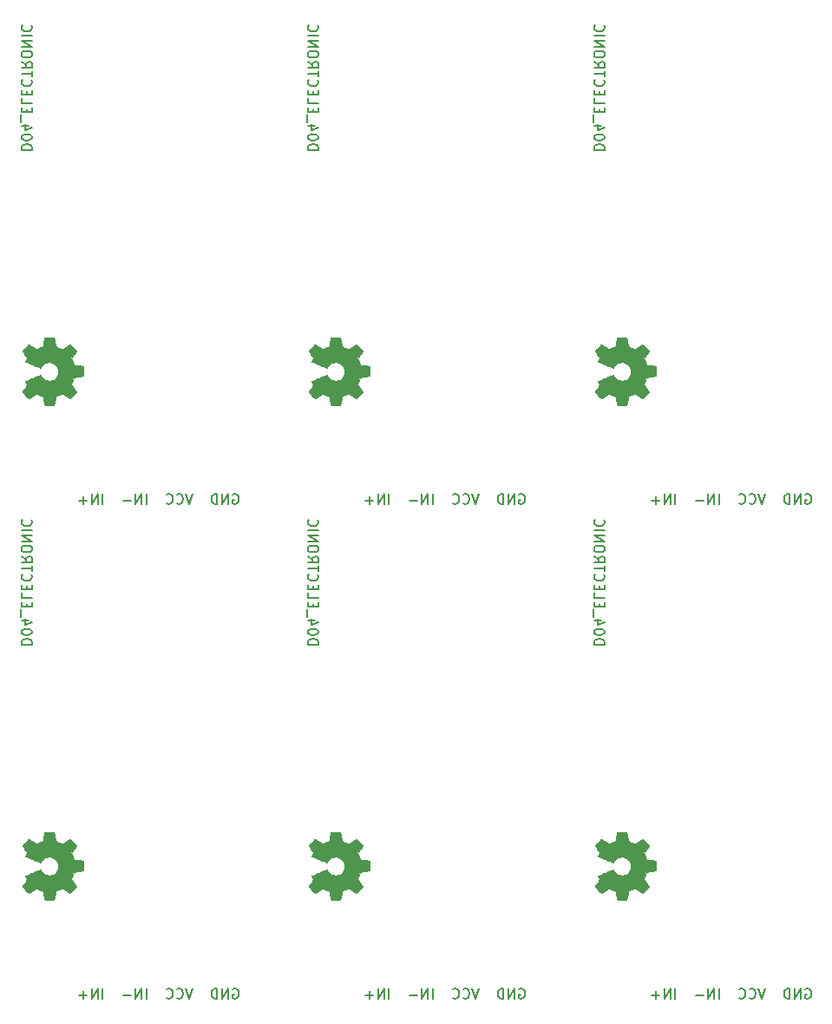
<source format=gbr>
G04 #@! TF.GenerationSoftware,KiCad,Pcbnew,5.1.5-52549c5~86~ubuntu18.04.1*
G04 #@! TF.CreationDate,2020-09-29T20:21:17-05:00*
G04 #@! TF.ProjectId,,58585858-5858-4585-9858-585858585858,rev?*
G04 #@! TF.SameCoordinates,Original*
G04 #@! TF.FileFunction,Legend,Bot*
G04 #@! TF.FilePolarity,Positive*
%FSLAX46Y46*%
G04 Gerber Fmt 4.6, Leading zero omitted, Abs format (unit mm)*
G04 Created by KiCad (PCBNEW 5.1.5-52549c5~86~ubuntu18.04.1) date 2020-09-29 20:21:17*
%MOMM*%
%LPD*%
G04 APERTURE LIST*
%ADD10C,0.150000*%
%ADD11C,0.010000*%
G04 APERTURE END LIST*
D10*
X127970019Y-109932028D02*
X128970019Y-109932028D01*
X128970019Y-109693933D01*
X128922400Y-109551076D01*
X128827161Y-109455838D01*
X128731923Y-109408219D01*
X128541447Y-109360600D01*
X128398590Y-109360600D01*
X128208114Y-109408219D01*
X128112876Y-109455838D01*
X128017638Y-109551076D01*
X127970019Y-109693933D01*
X127970019Y-109932028D01*
X128970019Y-108741552D02*
X128970019Y-108646314D01*
X128922400Y-108551076D01*
X128874780Y-108503457D01*
X128779542Y-108455838D01*
X128589066Y-108408219D01*
X128350971Y-108408219D01*
X128160495Y-108455838D01*
X128065257Y-108503457D01*
X128017638Y-108551076D01*
X127970019Y-108646314D01*
X127970019Y-108741552D01*
X128017638Y-108836790D01*
X128065257Y-108884409D01*
X128160495Y-108932028D01*
X128350971Y-108979647D01*
X128589066Y-108979647D01*
X128779542Y-108932028D01*
X128874780Y-108884409D01*
X128922400Y-108836790D01*
X128970019Y-108741552D01*
X128636685Y-107551076D02*
X127970019Y-107551076D01*
X129017638Y-107789171D02*
X128303352Y-108027266D01*
X128303352Y-107408219D01*
X127874780Y-107265361D02*
X127874780Y-106503457D01*
X128493828Y-106265361D02*
X128493828Y-105932028D01*
X127970019Y-105789171D02*
X127970019Y-106265361D01*
X128970019Y-106265361D01*
X128970019Y-105789171D01*
X127970019Y-104884409D02*
X127970019Y-105360600D01*
X128970019Y-105360600D01*
X128493828Y-104551076D02*
X128493828Y-104217742D01*
X127970019Y-104074885D02*
X127970019Y-104551076D01*
X128970019Y-104551076D01*
X128970019Y-104074885D01*
X128065257Y-103074885D02*
X128017638Y-103122504D01*
X127970019Y-103265361D01*
X127970019Y-103360600D01*
X128017638Y-103503457D01*
X128112876Y-103598695D01*
X128208114Y-103646314D01*
X128398590Y-103693933D01*
X128541447Y-103693933D01*
X128731923Y-103646314D01*
X128827161Y-103598695D01*
X128922400Y-103503457D01*
X128970019Y-103360600D01*
X128970019Y-103265361D01*
X128922400Y-103122504D01*
X128874780Y-103074885D01*
X128970019Y-102789171D02*
X128970019Y-102217742D01*
X127970019Y-102503457D02*
X128970019Y-102503457D01*
X127970019Y-101312980D02*
X128446209Y-101646314D01*
X127970019Y-101884409D02*
X128970019Y-101884409D01*
X128970019Y-101503457D01*
X128922400Y-101408219D01*
X128874780Y-101360600D01*
X128779542Y-101312980D01*
X128636685Y-101312980D01*
X128541447Y-101360600D01*
X128493828Y-101408219D01*
X128446209Y-101503457D01*
X128446209Y-101884409D01*
X128970019Y-100693933D02*
X128970019Y-100503457D01*
X128922400Y-100408219D01*
X128827161Y-100312980D01*
X128636685Y-100265361D01*
X128303352Y-100265361D01*
X128112876Y-100312980D01*
X128017638Y-100408219D01*
X127970019Y-100503457D01*
X127970019Y-100693933D01*
X128017638Y-100789171D01*
X128112876Y-100884409D01*
X128303352Y-100932028D01*
X128636685Y-100932028D01*
X128827161Y-100884409D01*
X128922400Y-100789171D01*
X128970019Y-100693933D01*
X127970019Y-99836790D02*
X128970019Y-99836790D01*
X127970019Y-99265361D01*
X128970019Y-99265361D01*
X127970019Y-98789171D02*
X128970019Y-98789171D01*
X128065257Y-97741552D02*
X128017638Y-97789171D01*
X127970019Y-97932028D01*
X127970019Y-98027266D01*
X128017638Y-98170123D01*
X128112876Y-98265361D01*
X128208114Y-98312980D01*
X128398590Y-98360600D01*
X128541447Y-98360600D01*
X128731923Y-98312980D01*
X128827161Y-98265361D01*
X128922400Y-98170123D01*
X128970019Y-98027266D01*
X128970019Y-97932028D01*
X128922400Y-97789171D01*
X128874780Y-97741552D01*
X100030019Y-109932028D02*
X101030019Y-109932028D01*
X101030019Y-109693933D01*
X100982400Y-109551076D01*
X100887161Y-109455838D01*
X100791923Y-109408219D01*
X100601447Y-109360600D01*
X100458590Y-109360600D01*
X100268114Y-109408219D01*
X100172876Y-109455838D01*
X100077638Y-109551076D01*
X100030019Y-109693933D01*
X100030019Y-109932028D01*
X101030019Y-108741552D02*
X101030019Y-108646314D01*
X100982400Y-108551076D01*
X100934780Y-108503457D01*
X100839542Y-108455838D01*
X100649066Y-108408219D01*
X100410971Y-108408219D01*
X100220495Y-108455838D01*
X100125257Y-108503457D01*
X100077638Y-108551076D01*
X100030019Y-108646314D01*
X100030019Y-108741552D01*
X100077638Y-108836790D01*
X100125257Y-108884409D01*
X100220495Y-108932028D01*
X100410971Y-108979647D01*
X100649066Y-108979647D01*
X100839542Y-108932028D01*
X100934780Y-108884409D01*
X100982400Y-108836790D01*
X101030019Y-108741552D01*
X100696685Y-107551076D02*
X100030019Y-107551076D01*
X101077638Y-107789171D02*
X100363352Y-108027266D01*
X100363352Y-107408219D01*
X99934780Y-107265361D02*
X99934780Y-106503457D01*
X100553828Y-106265361D02*
X100553828Y-105932028D01*
X100030019Y-105789171D02*
X100030019Y-106265361D01*
X101030019Y-106265361D01*
X101030019Y-105789171D01*
X100030019Y-104884409D02*
X100030019Y-105360600D01*
X101030019Y-105360600D01*
X100553828Y-104551076D02*
X100553828Y-104217742D01*
X100030019Y-104074885D02*
X100030019Y-104551076D01*
X101030019Y-104551076D01*
X101030019Y-104074885D01*
X100125257Y-103074885D02*
X100077638Y-103122504D01*
X100030019Y-103265361D01*
X100030019Y-103360600D01*
X100077638Y-103503457D01*
X100172876Y-103598695D01*
X100268114Y-103646314D01*
X100458590Y-103693933D01*
X100601447Y-103693933D01*
X100791923Y-103646314D01*
X100887161Y-103598695D01*
X100982400Y-103503457D01*
X101030019Y-103360600D01*
X101030019Y-103265361D01*
X100982400Y-103122504D01*
X100934780Y-103074885D01*
X101030019Y-102789171D02*
X101030019Y-102217742D01*
X100030019Y-102503457D02*
X101030019Y-102503457D01*
X100030019Y-101312980D02*
X100506209Y-101646314D01*
X100030019Y-101884409D02*
X101030019Y-101884409D01*
X101030019Y-101503457D01*
X100982400Y-101408219D01*
X100934780Y-101360600D01*
X100839542Y-101312980D01*
X100696685Y-101312980D01*
X100601447Y-101360600D01*
X100553828Y-101408219D01*
X100506209Y-101503457D01*
X100506209Y-101884409D01*
X101030019Y-100693933D02*
X101030019Y-100503457D01*
X100982400Y-100408219D01*
X100887161Y-100312980D01*
X100696685Y-100265361D01*
X100363352Y-100265361D01*
X100172876Y-100312980D01*
X100077638Y-100408219D01*
X100030019Y-100503457D01*
X100030019Y-100693933D01*
X100077638Y-100789171D01*
X100172876Y-100884409D01*
X100363352Y-100932028D01*
X100696685Y-100932028D01*
X100887161Y-100884409D01*
X100982400Y-100789171D01*
X101030019Y-100693933D01*
X100030019Y-99836790D02*
X101030019Y-99836790D01*
X100030019Y-99265361D01*
X101030019Y-99265361D01*
X100030019Y-98789171D02*
X101030019Y-98789171D01*
X100125257Y-97741552D02*
X100077638Y-97789171D01*
X100030019Y-97932028D01*
X100030019Y-98027266D01*
X100077638Y-98170123D01*
X100172876Y-98265361D01*
X100268114Y-98312980D01*
X100458590Y-98360600D01*
X100601447Y-98360600D01*
X100791923Y-98312980D01*
X100887161Y-98265361D01*
X100982400Y-98170123D01*
X101030019Y-98027266D01*
X101030019Y-97932028D01*
X100982400Y-97789171D01*
X100934780Y-97741552D01*
X72090019Y-109932028D02*
X73090019Y-109932028D01*
X73090019Y-109693933D01*
X73042400Y-109551076D01*
X72947161Y-109455838D01*
X72851923Y-109408219D01*
X72661447Y-109360600D01*
X72518590Y-109360600D01*
X72328114Y-109408219D01*
X72232876Y-109455838D01*
X72137638Y-109551076D01*
X72090019Y-109693933D01*
X72090019Y-109932028D01*
X73090019Y-108741552D02*
X73090019Y-108646314D01*
X73042400Y-108551076D01*
X72994780Y-108503457D01*
X72899542Y-108455838D01*
X72709066Y-108408219D01*
X72470971Y-108408219D01*
X72280495Y-108455838D01*
X72185257Y-108503457D01*
X72137638Y-108551076D01*
X72090019Y-108646314D01*
X72090019Y-108741552D01*
X72137638Y-108836790D01*
X72185257Y-108884409D01*
X72280495Y-108932028D01*
X72470971Y-108979647D01*
X72709066Y-108979647D01*
X72899542Y-108932028D01*
X72994780Y-108884409D01*
X73042400Y-108836790D01*
X73090019Y-108741552D01*
X72756685Y-107551076D02*
X72090019Y-107551076D01*
X73137638Y-107789171D02*
X72423352Y-108027266D01*
X72423352Y-107408219D01*
X71994780Y-107265361D02*
X71994780Y-106503457D01*
X72613828Y-106265361D02*
X72613828Y-105932028D01*
X72090019Y-105789171D02*
X72090019Y-106265361D01*
X73090019Y-106265361D01*
X73090019Y-105789171D01*
X72090019Y-104884409D02*
X72090019Y-105360600D01*
X73090019Y-105360600D01*
X72613828Y-104551076D02*
X72613828Y-104217742D01*
X72090019Y-104074885D02*
X72090019Y-104551076D01*
X73090019Y-104551076D01*
X73090019Y-104074885D01*
X72185257Y-103074885D02*
X72137638Y-103122504D01*
X72090019Y-103265361D01*
X72090019Y-103360600D01*
X72137638Y-103503457D01*
X72232876Y-103598695D01*
X72328114Y-103646314D01*
X72518590Y-103693933D01*
X72661447Y-103693933D01*
X72851923Y-103646314D01*
X72947161Y-103598695D01*
X73042400Y-103503457D01*
X73090019Y-103360600D01*
X73090019Y-103265361D01*
X73042400Y-103122504D01*
X72994780Y-103074885D01*
X73090019Y-102789171D02*
X73090019Y-102217742D01*
X72090019Y-102503457D02*
X73090019Y-102503457D01*
X72090019Y-101312980D02*
X72566209Y-101646314D01*
X72090019Y-101884409D02*
X73090019Y-101884409D01*
X73090019Y-101503457D01*
X73042400Y-101408219D01*
X72994780Y-101360600D01*
X72899542Y-101312980D01*
X72756685Y-101312980D01*
X72661447Y-101360600D01*
X72613828Y-101408219D01*
X72566209Y-101503457D01*
X72566209Y-101884409D01*
X73090019Y-100693933D02*
X73090019Y-100503457D01*
X73042400Y-100408219D01*
X72947161Y-100312980D01*
X72756685Y-100265361D01*
X72423352Y-100265361D01*
X72232876Y-100312980D01*
X72137638Y-100408219D01*
X72090019Y-100503457D01*
X72090019Y-100693933D01*
X72137638Y-100789171D01*
X72232876Y-100884409D01*
X72423352Y-100932028D01*
X72756685Y-100932028D01*
X72947161Y-100884409D01*
X73042400Y-100789171D01*
X73090019Y-100693933D01*
X72090019Y-99836790D02*
X73090019Y-99836790D01*
X72090019Y-99265361D01*
X73090019Y-99265361D01*
X72090019Y-98789171D02*
X73090019Y-98789171D01*
X72185257Y-97741552D02*
X72137638Y-97789171D01*
X72090019Y-97932028D01*
X72090019Y-98027266D01*
X72137638Y-98170123D01*
X72232876Y-98265361D01*
X72328114Y-98312980D01*
X72518590Y-98360600D01*
X72661447Y-98360600D01*
X72851923Y-98312980D01*
X72947161Y-98265361D01*
X73042400Y-98170123D01*
X73090019Y-98027266D01*
X73090019Y-97932028D01*
X73042400Y-97789171D01*
X72994780Y-97741552D01*
X127970019Y-61672028D02*
X128970019Y-61672028D01*
X128970019Y-61433933D01*
X128922400Y-61291076D01*
X128827161Y-61195838D01*
X128731923Y-61148219D01*
X128541447Y-61100600D01*
X128398590Y-61100600D01*
X128208114Y-61148219D01*
X128112876Y-61195838D01*
X128017638Y-61291076D01*
X127970019Y-61433933D01*
X127970019Y-61672028D01*
X128970019Y-60481552D02*
X128970019Y-60386314D01*
X128922400Y-60291076D01*
X128874780Y-60243457D01*
X128779542Y-60195838D01*
X128589066Y-60148219D01*
X128350971Y-60148219D01*
X128160495Y-60195838D01*
X128065257Y-60243457D01*
X128017638Y-60291076D01*
X127970019Y-60386314D01*
X127970019Y-60481552D01*
X128017638Y-60576790D01*
X128065257Y-60624409D01*
X128160495Y-60672028D01*
X128350971Y-60719647D01*
X128589066Y-60719647D01*
X128779542Y-60672028D01*
X128874780Y-60624409D01*
X128922400Y-60576790D01*
X128970019Y-60481552D01*
X128636685Y-59291076D02*
X127970019Y-59291076D01*
X129017638Y-59529171D02*
X128303352Y-59767266D01*
X128303352Y-59148219D01*
X127874780Y-59005361D02*
X127874780Y-58243457D01*
X128493828Y-58005361D02*
X128493828Y-57672028D01*
X127970019Y-57529171D02*
X127970019Y-58005361D01*
X128970019Y-58005361D01*
X128970019Y-57529171D01*
X127970019Y-56624409D02*
X127970019Y-57100600D01*
X128970019Y-57100600D01*
X128493828Y-56291076D02*
X128493828Y-55957742D01*
X127970019Y-55814885D02*
X127970019Y-56291076D01*
X128970019Y-56291076D01*
X128970019Y-55814885D01*
X128065257Y-54814885D02*
X128017638Y-54862504D01*
X127970019Y-55005361D01*
X127970019Y-55100600D01*
X128017638Y-55243457D01*
X128112876Y-55338695D01*
X128208114Y-55386314D01*
X128398590Y-55433933D01*
X128541447Y-55433933D01*
X128731923Y-55386314D01*
X128827161Y-55338695D01*
X128922400Y-55243457D01*
X128970019Y-55100600D01*
X128970019Y-55005361D01*
X128922400Y-54862504D01*
X128874780Y-54814885D01*
X128970019Y-54529171D02*
X128970019Y-53957742D01*
X127970019Y-54243457D02*
X128970019Y-54243457D01*
X127970019Y-53052980D02*
X128446209Y-53386314D01*
X127970019Y-53624409D02*
X128970019Y-53624409D01*
X128970019Y-53243457D01*
X128922400Y-53148219D01*
X128874780Y-53100600D01*
X128779542Y-53052980D01*
X128636685Y-53052980D01*
X128541447Y-53100600D01*
X128493828Y-53148219D01*
X128446209Y-53243457D01*
X128446209Y-53624409D01*
X128970019Y-52433933D02*
X128970019Y-52243457D01*
X128922400Y-52148219D01*
X128827161Y-52052980D01*
X128636685Y-52005361D01*
X128303352Y-52005361D01*
X128112876Y-52052980D01*
X128017638Y-52148219D01*
X127970019Y-52243457D01*
X127970019Y-52433933D01*
X128017638Y-52529171D01*
X128112876Y-52624409D01*
X128303352Y-52672028D01*
X128636685Y-52672028D01*
X128827161Y-52624409D01*
X128922400Y-52529171D01*
X128970019Y-52433933D01*
X127970019Y-51576790D02*
X128970019Y-51576790D01*
X127970019Y-51005361D01*
X128970019Y-51005361D01*
X127970019Y-50529171D02*
X128970019Y-50529171D01*
X128065257Y-49481552D02*
X128017638Y-49529171D01*
X127970019Y-49672028D01*
X127970019Y-49767266D01*
X128017638Y-49910123D01*
X128112876Y-50005361D01*
X128208114Y-50052980D01*
X128398590Y-50100600D01*
X128541447Y-50100600D01*
X128731923Y-50052980D01*
X128827161Y-50005361D01*
X128922400Y-49910123D01*
X128970019Y-49767266D01*
X128970019Y-49672028D01*
X128922400Y-49529171D01*
X128874780Y-49481552D01*
X100030019Y-61672028D02*
X101030019Y-61672028D01*
X101030019Y-61433933D01*
X100982400Y-61291076D01*
X100887161Y-61195838D01*
X100791923Y-61148219D01*
X100601447Y-61100600D01*
X100458590Y-61100600D01*
X100268114Y-61148219D01*
X100172876Y-61195838D01*
X100077638Y-61291076D01*
X100030019Y-61433933D01*
X100030019Y-61672028D01*
X101030019Y-60481552D02*
X101030019Y-60386314D01*
X100982400Y-60291076D01*
X100934780Y-60243457D01*
X100839542Y-60195838D01*
X100649066Y-60148219D01*
X100410971Y-60148219D01*
X100220495Y-60195838D01*
X100125257Y-60243457D01*
X100077638Y-60291076D01*
X100030019Y-60386314D01*
X100030019Y-60481552D01*
X100077638Y-60576790D01*
X100125257Y-60624409D01*
X100220495Y-60672028D01*
X100410971Y-60719647D01*
X100649066Y-60719647D01*
X100839542Y-60672028D01*
X100934780Y-60624409D01*
X100982400Y-60576790D01*
X101030019Y-60481552D01*
X100696685Y-59291076D02*
X100030019Y-59291076D01*
X101077638Y-59529171D02*
X100363352Y-59767266D01*
X100363352Y-59148219D01*
X99934780Y-59005361D02*
X99934780Y-58243457D01*
X100553828Y-58005361D02*
X100553828Y-57672028D01*
X100030019Y-57529171D02*
X100030019Y-58005361D01*
X101030019Y-58005361D01*
X101030019Y-57529171D01*
X100030019Y-56624409D02*
X100030019Y-57100600D01*
X101030019Y-57100600D01*
X100553828Y-56291076D02*
X100553828Y-55957742D01*
X100030019Y-55814885D02*
X100030019Y-56291076D01*
X101030019Y-56291076D01*
X101030019Y-55814885D01*
X100125257Y-54814885D02*
X100077638Y-54862504D01*
X100030019Y-55005361D01*
X100030019Y-55100600D01*
X100077638Y-55243457D01*
X100172876Y-55338695D01*
X100268114Y-55386314D01*
X100458590Y-55433933D01*
X100601447Y-55433933D01*
X100791923Y-55386314D01*
X100887161Y-55338695D01*
X100982400Y-55243457D01*
X101030019Y-55100600D01*
X101030019Y-55005361D01*
X100982400Y-54862504D01*
X100934780Y-54814885D01*
X101030019Y-54529171D02*
X101030019Y-53957742D01*
X100030019Y-54243457D02*
X101030019Y-54243457D01*
X100030019Y-53052980D02*
X100506209Y-53386314D01*
X100030019Y-53624409D02*
X101030019Y-53624409D01*
X101030019Y-53243457D01*
X100982400Y-53148219D01*
X100934780Y-53100600D01*
X100839542Y-53052980D01*
X100696685Y-53052980D01*
X100601447Y-53100600D01*
X100553828Y-53148219D01*
X100506209Y-53243457D01*
X100506209Y-53624409D01*
X101030019Y-52433933D02*
X101030019Y-52243457D01*
X100982400Y-52148219D01*
X100887161Y-52052980D01*
X100696685Y-52005361D01*
X100363352Y-52005361D01*
X100172876Y-52052980D01*
X100077638Y-52148219D01*
X100030019Y-52243457D01*
X100030019Y-52433933D01*
X100077638Y-52529171D01*
X100172876Y-52624409D01*
X100363352Y-52672028D01*
X100696685Y-52672028D01*
X100887161Y-52624409D01*
X100982400Y-52529171D01*
X101030019Y-52433933D01*
X100030019Y-51576790D02*
X101030019Y-51576790D01*
X100030019Y-51005361D01*
X101030019Y-51005361D01*
X100030019Y-50529171D02*
X101030019Y-50529171D01*
X100125257Y-49481552D02*
X100077638Y-49529171D01*
X100030019Y-49672028D01*
X100030019Y-49767266D01*
X100077638Y-49910123D01*
X100172876Y-50005361D01*
X100268114Y-50052980D01*
X100458590Y-50100600D01*
X100601447Y-50100600D01*
X100791923Y-50052980D01*
X100887161Y-50005361D01*
X100982400Y-49910123D01*
X101030019Y-49767266D01*
X101030019Y-49672028D01*
X100982400Y-49529171D01*
X100934780Y-49481552D01*
X148589142Y-143543400D02*
X148684380Y-143495780D01*
X148827238Y-143495780D01*
X148970095Y-143543400D01*
X149065333Y-143638638D01*
X149112952Y-143733876D01*
X149160571Y-143924352D01*
X149160571Y-144067209D01*
X149112952Y-144257685D01*
X149065333Y-144352923D01*
X148970095Y-144448161D01*
X148827238Y-144495780D01*
X148732000Y-144495780D01*
X148589142Y-144448161D01*
X148541523Y-144400542D01*
X148541523Y-144067209D01*
X148732000Y-144067209D01*
X148112952Y-144495780D02*
X148112952Y-143495780D01*
X147541523Y-144495780D01*
X147541523Y-143495780D01*
X147065333Y-144495780D02*
X147065333Y-143495780D01*
X146827238Y-143495780D01*
X146684380Y-143543400D01*
X146589142Y-143638638D01*
X146541523Y-143733876D01*
X146493904Y-143924352D01*
X146493904Y-144067209D01*
X146541523Y-144257685D01*
X146589142Y-144352923D01*
X146684380Y-144448161D01*
X146827238Y-144495780D01*
X147065333Y-144495780D01*
X144684380Y-143495780D02*
X144351047Y-144495780D01*
X144017714Y-143495780D01*
X143112952Y-144400542D02*
X143160571Y-144448161D01*
X143303428Y-144495780D01*
X143398666Y-144495780D01*
X143541523Y-144448161D01*
X143636761Y-144352923D01*
X143684380Y-144257685D01*
X143732000Y-144067209D01*
X143732000Y-143924352D01*
X143684380Y-143733876D01*
X143636761Y-143638638D01*
X143541523Y-143543400D01*
X143398666Y-143495780D01*
X143303428Y-143495780D01*
X143160571Y-143543400D01*
X143112952Y-143591019D01*
X142112952Y-144400542D02*
X142160571Y-144448161D01*
X142303428Y-144495780D01*
X142398666Y-144495780D01*
X142541523Y-144448161D01*
X142636761Y-144352923D01*
X142684380Y-144257685D01*
X142732000Y-144067209D01*
X142732000Y-143924352D01*
X142684380Y-143733876D01*
X142636761Y-143638638D01*
X142541523Y-143543400D01*
X142398666Y-143495780D01*
X142303428Y-143495780D01*
X142160571Y-143543400D01*
X142112952Y-143591019D01*
X140160571Y-144495780D02*
X140160571Y-143495780D01*
X139684380Y-144495780D02*
X139684380Y-143495780D01*
X139112952Y-144495780D01*
X139112952Y-143495780D01*
X138636761Y-144114828D02*
X137874857Y-144114828D01*
X135874857Y-144495780D02*
X135874857Y-143495780D01*
X135398666Y-144495780D02*
X135398666Y-143495780D01*
X134827238Y-144495780D01*
X134827238Y-143495780D01*
X134351047Y-144114828D02*
X133589142Y-144114828D01*
X133970095Y-144495780D02*
X133970095Y-143733876D01*
X120649142Y-143543400D02*
X120744380Y-143495780D01*
X120887238Y-143495780D01*
X121030095Y-143543400D01*
X121125333Y-143638638D01*
X121172952Y-143733876D01*
X121220571Y-143924352D01*
X121220571Y-144067209D01*
X121172952Y-144257685D01*
X121125333Y-144352923D01*
X121030095Y-144448161D01*
X120887238Y-144495780D01*
X120792000Y-144495780D01*
X120649142Y-144448161D01*
X120601523Y-144400542D01*
X120601523Y-144067209D01*
X120792000Y-144067209D01*
X120172952Y-144495780D02*
X120172952Y-143495780D01*
X119601523Y-144495780D01*
X119601523Y-143495780D01*
X119125333Y-144495780D02*
X119125333Y-143495780D01*
X118887238Y-143495780D01*
X118744380Y-143543400D01*
X118649142Y-143638638D01*
X118601523Y-143733876D01*
X118553904Y-143924352D01*
X118553904Y-144067209D01*
X118601523Y-144257685D01*
X118649142Y-144352923D01*
X118744380Y-144448161D01*
X118887238Y-144495780D01*
X119125333Y-144495780D01*
X116744380Y-143495780D02*
X116411047Y-144495780D01*
X116077714Y-143495780D01*
X115172952Y-144400542D02*
X115220571Y-144448161D01*
X115363428Y-144495780D01*
X115458666Y-144495780D01*
X115601523Y-144448161D01*
X115696761Y-144352923D01*
X115744380Y-144257685D01*
X115792000Y-144067209D01*
X115792000Y-143924352D01*
X115744380Y-143733876D01*
X115696761Y-143638638D01*
X115601523Y-143543400D01*
X115458666Y-143495780D01*
X115363428Y-143495780D01*
X115220571Y-143543400D01*
X115172952Y-143591019D01*
X114172952Y-144400542D02*
X114220571Y-144448161D01*
X114363428Y-144495780D01*
X114458666Y-144495780D01*
X114601523Y-144448161D01*
X114696761Y-144352923D01*
X114744380Y-144257685D01*
X114792000Y-144067209D01*
X114792000Y-143924352D01*
X114744380Y-143733876D01*
X114696761Y-143638638D01*
X114601523Y-143543400D01*
X114458666Y-143495780D01*
X114363428Y-143495780D01*
X114220571Y-143543400D01*
X114172952Y-143591019D01*
X112220571Y-144495780D02*
X112220571Y-143495780D01*
X111744380Y-144495780D02*
X111744380Y-143495780D01*
X111172952Y-144495780D01*
X111172952Y-143495780D01*
X110696761Y-144114828D02*
X109934857Y-144114828D01*
X107934857Y-144495780D02*
X107934857Y-143495780D01*
X107458666Y-144495780D02*
X107458666Y-143495780D01*
X106887238Y-144495780D01*
X106887238Y-143495780D01*
X106411047Y-144114828D02*
X105649142Y-144114828D01*
X106030095Y-144495780D02*
X106030095Y-143733876D01*
X92709142Y-143543400D02*
X92804380Y-143495780D01*
X92947238Y-143495780D01*
X93090095Y-143543400D01*
X93185333Y-143638638D01*
X93232952Y-143733876D01*
X93280571Y-143924352D01*
X93280571Y-144067209D01*
X93232952Y-144257685D01*
X93185333Y-144352923D01*
X93090095Y-144448161D01*
X92947238Y-144495780D01*
X92852000Y-144495780D01*
X92709142Y-144448161D01*
X92661523Y-144400542D01*
X92661523Y-144067209D01*
X92852000Y-144067209D01*
X92232952Y-144495780D02*
X92232952Y-143495780D01*
X91661523Y-144495780D01*
X91661523Y-143495780D01*
X91185333Y-144495780D02*
X91185333Y-143495780D01*
X90947238Y-143495780D01*
X90804380Y-143543400D01*
X90709142Y-143638638D01*
X90661523Y-143733876D01*
X90613904Y-143924352D01*
X90613904Y-144067209D01*
X90661523Y-144257685D01*
X90709142Y-144352923D01*
X90804380Y-144448161D01*
X90947238Y-144495780D01*
X91185333Y-144495780D01*
X88804380Y-143495780D02*
X88471047Y-144495780D01*
X88137714Y-143495780D01*
X87232952Y-144400542D02*
X87280571Y-144448161D01*
X87423428Y-144495780D01*
X87518666Y-144495780D01*
X87661523Y-144448161D01*
X87756761Y-144352923D01*
X87804380Y-144257685D01*
X87852000Y-144067209D01*
X87852000Y-143924352D01*
X87804380Y-143733876D01*
X87756761Y-143638638D01*
X87661523Y-143543400D01*
X87518666Y-143495780D01*
X87423428Y-143495780D01*
X87280571Y-143543400D01*
X87232952Y-143591019D01*
X86232952Y-144400542D02*
X86280571Y-144448161D01*
X86423428Y-144495780D01*
X86518666Y-144495780D01*
X86661523Y-144448161D01*
X86756761Y-144352923D01*
X86804380Y-144257685D01*
X86852000Y-144067209D01*
X86852000Y-143924352D01*
X86804380Y-143733876D01*
X86756761Y-143638638D01*
X86661523Y-143543400D01*
X86518666Y-143495780D01*
X86423428Y-143495780D01*
X86280571Y-143543400D01*
X86232952Y-143591019D01*
X84280571Y-144495780D02*
X84280571Y-143495780D01*
X83804380Y-144495780D02*
X83804380Y-143495780D01*
X83232952Y-144495780D01*
X83232952Y-143495780D01*
X82756761Y-144114828D02*
X81994857Y-144114828D01*
X79994857Y-144495780D02*
X79994857Y-143495780D01*
X79518666Y-144495780D02*
X79518666Y-143495780D01*
X78947238Y-144495780D01*
X78947238Y-143495780D01*
X78471047Y-144114828D02*
X77709142Y-144114828D01*
X78090095Y-144495780D02*
X78090095Y-143733876D01*
X148589142Y-95283400D02*
X148684380Y-95235780D01*
X148827238Y-95235780D01*
X148970095Y-95283400D01*
X149065333Y-95378638D01*
X149112952Y-95473876D01*
X149160571Y-95664352D01*
X149160571Y-95807209D01*
X149112952Y-95997685D01*
X149065333Y-96092923D01*
X148970095Y-96188161D01*
X148827238Y-96235780D01*
X148732000Y-96235780D01*
X148589142Y-96188161D01*
X148541523Y-96140542D01*
X148541523Y-95807209D01*
X148732000Y-95807209D01*
X148112952Y-96235780D02*
X148112952Y-95235780D01*
X147541523Y-96235780D01*
X147541523Y-95235780D01*
X147065333Y-96235780D02*
X147065333Y-95235780D01*
X146827238Y-95235780D01*
X146684380Y-95283400D01*
X146589142Y-95378638D01*
X146541523Y-95473876D01*
X146493904Y-95664352D01*
X146493904Y-95807209D01*
X146541523Y-95997685D01*
X146589142Y-96092923D01*
X146684380Y-96188161D01*
X146827238Y-96235780D01*
X147065333Y-96235780D01*
X144684380Y-95235780D02*
X144351047Y-96235780D01*
X144017714Y-95235780D01*
X143112952Y-96140542D02*
X143160571Y-96188161D01*
X143303428Y-96235780D01*
X143398666Y-96235780D01*
X143541523Y-96188161D01*
X143636761Y-96092923D01*
X143684380Y-95997685D01*
X143732000Y-95807209D01*
X143732000Y-95664352D01*
X143684380Y-95473876D01*
X143636761Y-95378638D01*
X143541523Y-95283400D01*
X143398666Y-95235780D01*
X143303428Y-95235780D01*
X143160571Y-95283400D01*
X143112952Y-95331019D01*
X142112952Y-96140542D02*
X142160571Y-96188161D01*
X142303428Y-96235780D01*
X142398666Y-96235780D01*
X142541523Y-96188161D01*
X142636761Y-96092923D01*
X142684380Y-95997685D01*
X142732000Y-95807209D01*
X142732000Y-95664352D01*
X142684380Y-95473876D01*
X142636761Y-95378638D01*
X142541523Y-95283400D01*
X142398666Y-95235780D01*
X142303428Y-95235780D01*
X142160571Y-95283400D01*
X142112952Y-95331019D01*
X140160571Y-96235780D02*
X140160571Y-95235780D01*
X139684380Y-96235780D02*
X139684380Y-95235780D01*
X139112952Y-96235780D01*
X139112952Y-95235780D01*
X138636761Y-95854828D02*
X137874857Y-95854828D01*
X135874857Y-96235780D02*
X135874857Y-95235780D01*
X135398666Y-96235780D02*
X135398666Y-95235780D01*
X134827238Y-96235780D01*
X134827238Y-95235780D01*
X134351047Y-95854828D02*
X133589142Y-95854828D01*
X133970095Y-96235780D02*
X133970095Y-95473876D01*
X120649142Y-95283400D02*
X120744380Y-95235780D01*
X120887238Y-95235780D01*
X121030095Y-95283400D01*
X121125333Y-95378638D01*
X121172952Y-95473876D01*
X121220571Y-95664352D01*
X121220571Y-95807209D01*
X121172952Y-95997685D01*
X121125333Y-96092923D01*
X121030095Y-96188161D01*
X120887238Y-96235780D01*
X120792000Y-96235780D01*
X120649142Y-96188161D01*
X120601523Y-96140542D01*
X120601523Y-95807209D01*
X120792000Y-95807209D01*
X120172952Y-96235780D02*
X120172952Y-95235780D01*
X119601523Y-96235780D01*
X119601523Y-95235780D01*
X119125333Y-96235780D02*
X119125333Y-95235780D01*
X118887238Y-95235780D01*
X118744380Y-95283400D01*
X118649142Y-95378638D01*
X118601523Y-95473876D01*
X118553904Y-95664352D01*
X118553904Y-95807209D01*
X118601523Y-95997685D01*
X118649142Y-96092923D01*
X118744380Y-96188161D01*
X118887238Y-96235780D01*
X119125333Y-96235780D01*
X116744380Y-95235780D02*
X116411047Y-96235780D01*
X116077714Y-95235780D01*
X115172952Y-96140542D02*
X115220571Y-96188161D01*
X115363428Y-96235780D01*
X115458666Y-96235780D01*
X115601523Y-96188161D01*
X115696761Y-96092923D01*
X115744380Y-95997685D01*
X115792000Y-95807209D01*
X115792000Y-95664352D01*
X115744380Y-95473876D01*
X115696761Y-95378638D01*
X115601523Y-95283400D01*
X115458666Y-95235780D01*
X115363428Y-95235780D01*
X115220571Y-95283400D01*
X115172952Y-95331019D01*
X114172952Y-96140542D02*
X114220571Y-96188161D01*
X114363428Y-96235780D01*
X114458666Y-96235780D01*
X114601523Y-96188161D01*
X114696761Y-96092923D01*
X114744380Y-95997685D01*
X114792000Y-95807209D01*
X114792000Y-95664352D01*
X114744380Y-95473876D01*
X114696761Y-95378638D01*
X114601523Y-95283400D01*
X114458666Y-95235780D01*
X114363428Y-95235780D01*
X114220571Y-95283400D01*
X114172952Y-95331019D01*
X112220571Y-96235780D02*
X112220571Y-95235780D01*
X111744380Y-96235780D02*
X111744380Y-95235780D01*
X111172952Y-96235780D01*
X111172952Y-95235780D01*
X110696761Y-95854828D02*
X109934857Y-95854828D01*
X107934857Y-96235780D02*
X107934857Y-95235780D01*
X107458666Y-96235780D02*
X107458666Y-95235780D01*
X106887238Y-96235780D01*
X106887238Y-95235780D01*
X106411047Y-95854828D02*
X105649142Y-95854828D01*
X106030095Y-96235780D02*
X106030095Y-95473876D01*
X92709142Y-95283400D02*
X92804380Y-95235780D01*
X92947238Y-95235780D01*
X93090095Y-95283400D01*
X93185333Y-95378638D01*
X93232952Y-95473876D01*
X93280571Y-95664352D01*
X93280571Y-95807209D01*
X93232952Y-95997685D01*
X93185333Y-96092923D01*
X93090095Y-96188161D01*
X92947238Y-96235780D01*
X92852000Y-96235780D01*
X92709142Y-96188161D01*
X92661523Y-96140542D01*
X92661523Y-95807209D01*
X92852000Y-95807209D01*
X92232952Y-96235780D02*
X92232952Y-95235780D01*
X91661523Y-96235780D01*
X91661523Y-95235780D01*
X91185333Y-96235780D02*
X91185333Y-95235780D01*
X90947238Y-95235780D01*
X90804380Y-95283400D01*
X90709142Y-95378638D01*
X90661523Y-95473876D01*
X90613904Y-95664352D01*
X90613904Y-95807209D01*
X90661523Y-95997685D01*
X90709142Y-96092923D01*
X90804380Y-96188161D01*
X90947238Y-96235780D01*
X91185333Y-96235780D01*
X88804380Y-95235780D02*
X88471047Y-96235780D01*
X88137714Y-95235780D01*
X87232952Y-96140542D02*
X87280571Y-96188161D01*
X87423428Y-96235780D01*
X87518666Y-96235780D01*
X87661523Y-96188161D01*
X87756761Y-96092923D01*
X87804380Y-95997685D01*
X87852000Y-95807209D01*
X87852000Y-95664352D01*
X87804380Y-95473876D01*
X87756761Y-95378638D01*
X87661523Y-95283400D01*
X87518666Y-95235780D01*
X87423428Y-95235780D01*
X87280571Y-95283400D01*
X87232952Y-95331019D01*
X86232952Y-96140542D02*
X86280571Y-96188161D01*
X86423428Y-96235780D01*
X86518666Y-96235780D01*
X86661523Y-96188161D01*
X86756761Y-96092923D01*
X86804380Y-95997685D01*
X86852000Y-95807209D01*
X86852000Y-95664352D01*
X86804380Y-95473876D01*
X86756761Y-95378638D01*
X86661523Y-95283400D01*
X86518666Y-95235780D01*
X86423428Y-95235780D01*
X86280571Y-95283400D01*
X86232952Y-95331019D01*
X84280571Y-96235780D02*
X84280571Y-95235780D01*
X83804380Y-96235780D02*
X83804380Y-95235780D01*
X83232952Y-96235780D01*
X83232952Y-95235780D01*
X82756761Y-95854828D02*
X81994857Y-95854828D01*
X79994857Y-96235780D02*
X79994857Y-95235780D01*
X79518666Y-96235780D02*
X79518666Y-95235780D01*
X78947238Y-96235780D01*
X78947238Y-95235780D01*
X78471047Y-95854828D02*
X77709142Y-95854828D01*
X78090095Y-96235780D02*
X78090095Y-95473876D01*
X72090019Y-61672028D02*
X73090019Y-61672028D01*
X73090019Y-61433933D01*
X73042400Y-61291076D01*
X72947161Y-61195838D01*
X72851923Y-61148219D01*
X72661447Y-61100600D01*
X72518590Y-61100600D01*
X72328114Y-61148219D01*
X72232876Y-61195838D01*
X72137638Y-61291076D01*
X72090019Y-61433933D01*
X72090019Y-61672028D01*
X73090019Y-60481552D02*
X73090019Y-60386314D01*
X73042400Y-60291076D01*
X72994780Y-60243457D01*
X72899542Y-60195838D01*
X72709066Y-60148219D01*
X72470971Y-60148219D01*
X72280495Y-60195838D01*
X72185257Y-60243457D01*
X72137638Y-60291076D01*
X72090019Y-60386314D01*
X72090019Y-60481552D01*
X72137638Y-60576790D01*
X72185257Y-60624409D01*
X72280495Y-60672028D01*
X72470971Y-60719647D01*
X72709066Y-60719647D01*
X72899542Y-60672028D01*
X72994780Y-60624409D01*
X73042400Y-60576790D01*
X73090019Y-60481552D01*
X72756685Y-59291076D02*
X72090019Y-59291076D01*
X73137638Y-59529171D02*
X72423352Y-59767266D01*
X72423352Y-59148219D01*
X71994780Y-59005361D02*
X71994780Y-58243457D01*
X72613828Y-58005361D02*
X72613828Y-57672028D01*
X72090019Y-57529171D02*
X72090019Y-58005361D01*
X73090019Y-58005361D01*
X73090019Y-57529171D01*
X72090019Y-56624409D02*
X72090019Y-57100600D01*
X73090019Y-57100600D01*
X72613828Y-56291076D02*
X72613828Y-55957742D01*
X72090019Y-55814885D02*
X72090019Y-56291076D01*
X73090019Y-56291076D01*
X73090019Y-55814885D01*
X72185257Y-54814885D02*
X72137638Y-54862504D01*
X72090019Y-55005361D01*
X72090019Y-55100600D01*
X72137638Y-55243457D01*
X72232876Y-55338695D01*
X72328114Y-55386314D01*
X72518590Y-55433933D01*
X72661447Y-55433933D01*
X72851923Y-55386314D01*
X72947161Y-55338695D01*
X73042400Y-55243457D01*
X73090019Y-55100600D01*
X73090019Y-55005361D01*
X73042400Y-54862504D01*
X72994780Y-54814885D01*
X73090019Y-54529171D02*
X73090019Y-53957742D01*
X72090019Y-54243457D02*
X73090019Y-54243457D01*
X72090019Y-53052980D02*
X72566209Y-53386314D01*
X72090019Y-53624409D02*
X73090019Y-53624409D01*
X73090019Y-53243457D01*
X73042400Y-53148219D01*
X72994780Y-53100600D01*
X72899542Y-53052980D01*
X72756685Y-53052980D01*
X72661447Y-53100600D01*
X72613828Y-53148219D01*
X72566209Y-53243457D01*
X72566209Y-53624409D01*
X73090019Y-52433933D02*
X73090019Y-52243457D01*
X73042400Y-52148219D01*
X72947161Y-52052980D01*
X72756685Y-52005361D01*
X72423352Y-52005361D01*
X72232876Y-52052980D01*
X72137638Y-52148219D01*
X72090019Y-52243457D01*
X72090019Y-52433933D01*
X72137638Y-52529171D01*
X72232876Y-52624409D01*
X72423352Y-52672028D01*
X72756685Y-52672028D01*
X72947161Y-52624409D01*
X73042400Y-52529171D01*
X73090019Y-52433933D01*
X72090019Y-51576790D02*
X73090019Y-51576790D01*
X72090019Y-51005361D01*
X73090019Y-51005361D01*
X72090019Y-50529171D02*
X73090019Y-50529171D01*
X72185257Y-49481552D02*
X72137638Y-49529171D01*
X72090019Y-49672028D01*
X72090019Y-49767266D01*
X72137638Y-49910123D01*
X72232876Y-50005361D01*
X72328114Y-50052980D01*
X72518590Y-50100600D01*
X72661447Y-50100600D01*
X72851923Y-50052980D01*
X72947161Y-50005361D01*
X73042400Y-49910123D01*
X73090019Y-49767266D01*
X73090019Y-49672028D01*
X73042400Y-49529171D01*
X72994780Y-49481552D01*
D11*
G36*
X133518869Y-130990786D02*
G01*
X133074245Y-130906965D01*
X132946747Y-130597680D01*
X132819249Y-130288394D01*
X133071554Y-129917354D01*
X133141804Y-129813443D01*
X133204528Y-129719513D01*
X133256862Y-129639948D01*
X133295943Y-129579130D01*
X133318907Y-129541443D01*
X133323858Y-129531179D01*
X133311124Y-129512690D01*
X133275918Y-129473180D01*
X133222738Y-129417078D01*
X133156082Y-129348813D01*
X133080446Y-129272814D01*
X133000328Y-129193508D01*
X132920226Y-129115325D01*
X132844636Y-129042693D01*
X132778055Y-128980041D01*
X132724982Y-128931797D01*
X132689913Y-128902390D01*
X132678177Y-128895359D01*
X132656540Y-128905477D01*
X132609138Y-128933841D01*
X132540607Y-128977471D01*
X132455585Y-129033382D01*
X132358707Y-129098594D01*
X132303450Y-129136381D01*
X132202552Y-129205257D01*
X132111501Y-129266460D01*
X132034830Y-129317022D01*
X131977072Y-129353972D01*
X131942757Y-129374342D01*
X131935546Y-129377403D01*
X131915052Y-129370464D01*
X131867287Y-129351549D01*
X131798968Y-129323513D01*
X131716811Y-129289209D01*
X131627530Y-129251491D01*
X131537842Y-129213213D01*
X131454462Y-129177230D01*
X131384106Y-129146394D01*
X131333490Y-129123561D01*
X131309329Y-129111583D01*
X131308378Y-129110876D01*
X131303764Y-129092069D01*
X131293472Y-129041982D01*
X131278513Y-128965807D01*
X131259899Y-128868735D01*
X131238641Y-128755957D01*
X131226382Y-128690158D01*
X131203438Y-128569650D01*
X131181605Y-128460803D01*
X131162078Y-128369124D01*
X131146052Y-128300119D01*
X131134721Y-128259296D01*
X131131126Y-128251089D01*
X131106794Y-128243052D01*
X131051841Y-128236567D01*
X130972692Y-128231630D01*
X130875774Y-128228236D01*
X130767513Y-128226382D01*
X130654335Y-128226062D01*
X130542665Y-128227273D01*
X130438932Y-128230010D01*
X130349559Y-128234269D01*
X130280974Y-128240045D01*
X130239603Y-128247333D01*
X130230990Y-128251705D01*
X130220667Y-128277836D01*
X130205908Y-128333207D01*
X130188448Y-128410493D01*
X130170020Y-128502370D01*
X130164059Y-128534442D01*
X130135734Y-128689076D01*
X130112924Y-128811225D01*
X130094720Y-128904927D01*
X130080217Y-128974216D01*
X130068508Y-129023129D01*
X130058685Y-129055703D01*
X130049844Y-129075972D01*
X130041076Y-129087974D01*
X130039343Y-129089653D01*
X130011429Y-129106416D01*
X129957105Y-129131986D01*
X129883023Y-129163812D01*
X129795835Y-129199340D01*
X129702192Y-129236017D01*
X129608748Y-129271289D01*
X129522153Y-129302604D01*
X129449060Y-129327407D01*
X129396122Y-129343146D01*
X129369989Y-129347268D01*
X129369074Y-129346924D01*
X129347714Y-129332959D01*
X129300716Y-129301278D01*
X129232973Y-129255209D01*
X129149377Y-129198082D01*
X129054818Y-129133227D01*
X129027946Y-129114757D01*
X128930525Y-129048901D01*
X128841637Y-128990950D01*
X128766388Y-128944062D01*
X128709880Y-128911393D01*
X128677219Y-128896100D01*
X128673207Y-128895359D01*
X128652116Y-128908208D01*
X128610336Y-128943712D01*
X128552355Y-128997307D01*
X128482665Y-129064429D01*
X128405755Y-129140513D01*
X128326117Y-129220996D01*
X128248239Y-129301313D01*
X128176614Y-129376901D01*
X128115730Y-129443195D01*
X128070079Y-129495631D01*
X128044150Y-129529645D01*
X128039917Y-129539055D01*
X128049888Y-129560957D01*
X128076780Y-129605800D01*
X128116064Y-129666279D01*
X128147683Y-129712811D01*
X128205702Y-129797125D01*
X128274016Y-129896974D01*
X128342221Y-129997127D01*
X128378725Y-130050973D01*
X128502000Y-130233229D01*
X128419280Y-130386219D01*
X128383041Y-130455918D01*
X128354874Y-130515186D01*
X128338809Y-130555289D01*
X128336574Y-130565497D01*
X128353078Y-130577771D01*
X128399718Y-130601987D01*
X128472191Y-130636337D01*
X128566194Y-130679012D01*
X128677426Y-130728206D01*
X128801585Y-130782110D01*
X128934368Y-130838916D01*
X129071473Y-130896818D01*
X129208598Y-130954007D01*
X129341442Y-131008676D01*
X129465702Y-131059016D01*
X129577075Y-131103220D01*
X129671261Y-131139481D01*
X129743956Y-131165991D01*
X129790859Y-131180942D01*
X129806967Y-131183346D01*
X129827514Y-131164289D01*
X129860867Y-131122564D01*
X129900098Y-131066894D01*
X129903201Y-131062222D01*
X130018377Y-130918336D01*
X130152747Y-130802317D01*
X130302016Y-130715170D01*
X130461887Y-130657901D01*
X130628063Y-130631514D01*
X130796248Y-130637015D01*
X130962145Y-130675410D01*
X131121458Y-130747705D01*
X131156313Y-130768974D01*
X131297063Y-130879604D01*
X131410086Y-131010298D01*
X131494797Y-131156536D01*
X131550606Y-131313792D01*
X131576926Y-131477543D01*
X131573170Y-131643267D01*
X131538750Y-131806438D01*
X131473077Y-131962535D01*
X131375565Y-132107033D01*
X131335987Y-132151731D01*
X131212097Y-132265488D01*
X131081676Y-132348382D01*
X130935485Y-132405244D01*
X130790712Y-132436913D01*
X130627940Y-132444731D01*
X130464360Y-132418662D01*
X130305502Y-132361355D01*
X130156894Y-132275456D01*
X130024065Y-132163614D01*
X129912544Y-132028477D01*
X129900789Y-132010717D01*
X129862292Y-131954450D01*
X129828937Y-131911677D01*
X129807640Y-131891228D01*
X129806967Y-131890931D01*
X129783929Y-131895321D01*
X129731643Y-131912724D01*
X129654410Y-131941332D01*
X129556532Y-131979335D01*
X129442309Y-132024926D01*
X129316042Y-132076297D01*
X129182033Y-132131638D01*
X129044582Y-132189142D01*
X128907992Y-132246999D01*
X128776563Y-132303402D01*
X128654595Y-132356542D01*
X128546391Y-132404610D01*
X128456251Y-132445799D01*
X128388477Y-132478299D01*
X128347370Y-132500303D01*
X128336574Y-132509164D01*
X128344981Y-132536240D01*
X128367528Y-132586903D01*
X128400187Y-132652417D01*
X128419280Y-132688441D01*
X128502000Y-132841432D01*
X128378725Y-133023688D01*
X128315572Y-133116725D01*
X128246073Y-133218585D01*
X128180635Y-133314038D01*
X128147683Y-133361850D01*
X128102527Y-133429095D01*
X128066743Y-133486036D01*
X128044862Y-133525246D01*
X128040237Y-133537981D01*
X128052715Y-133556517D01*
X128087548Y-133597541D01*
X128141122Y-133657075D01*
X128209817Y-133731142D01*
X128290019Y-133815765D01*
X128341514Y-133869285D01*
X128433514Y-133962919D01*
X128515801Y-134043841D01*
X128584855Y-134108777D01*
X128637156Y-134154458D01*
X128669184Y-134177611D01*
X128675684Y-134179832D01*
X128700406Y-134169524D01*
X128750395Y-134141039D01*
X128820588Y-134097537D01*
X128905925Y-134042177D01*
X129001344Y-133978120D01*
X129027946Y-133959903D01*
X129124633Y-133893527D01*
X129211683Y-133833978D01*
X129284205Y-133784584D01*
X129337307Y-133748675D01*
X129366097Y-133729581D01*
X129369074Y-133727736D01*
X129392018Y-133730495D01*
X129442464Y-133745138D01*
X129513759Y-133769113D01*
X129599253Y-133799866D01*
X129692293Y-133834844D01*
X129786226Y-133871493D01*
X129874401Y-133907261D01*
X129950166Y-133939594D01*
X130006869Y-133965938D01*
X130037857Y-133983742D01*
X130039343Y-133985007D01*
X130048199Y-133995894D01*
X130056957Y-134014282D01*
X130066523Y-134044206D01*
X130077804Y-134089703D01*
X130091707Y-134154809D01*
X130109137Y-134243561D01*
X130131002Y-134359993D01*
X130158209Y-134508142D01*
X130164059Y-134540218D01*
X130182426Y-134635286D01*
X130200395Y-134718165D01*
X130216231Y-134781530D01*
X130228200Y-134818058D01*
X130230990Y-134822956D01*
X130255728Y-134831027D01*
X130311010Y-134837587D01*
X130390411Y-134842633D01*
X130487504Y-134846159D01*
X130595862Y-134848161D01*
X130709060Y-134848636D01*
X130820672Y-134847577D01*
X130924271Y-134844982D01*
X131013432Y-134840846D01*
X131081728Y-134835163D01*
X131122734Y-134827931D01*
X131131126Y-134823571D01*
X131139592Y-134799298D01*
X131153365Y-134744026D01*
X131171250Y-134663262D01*
X131192052Y-134562512D01*
X131214577Y-134447283D01*
X131226382Y-134384502D01*
X131248649Y-134265387D01*
X131268821Y-134159165D01*
X131285885Y-134071027D01*
X131298831Y-134006166D01*
X131306645Y-133969774D01*
X131308378Y-133963784D01*
X131327910Y-133953661D01*
X131374957Y-133932262D01*
X131442797Y-133902439D01*
X131524709Y-133867045D01*
X131613972Y-133828932D01*
X131703865Y-133790953D01*
X131787665Y-133755960D01*
X131858653Y-133726806D01*
X131910106Y-133706343D01*
X131935303Y-133697423D01*
X131936404Y-133697257D01*
X131956281Y-133707369D01*
X132002023Y-133735717D01*
X132069083Y-133779323D01*
X132152916Y-133835206D01*
X132248974Y-133900387D01*
X132304150Y-133938279D01*
X132405319Y-134007325D01*
X132497170Y-134068650D01*
X132575056Y-134119263D01*
X132634331Y-134156171D01*
X132670349Y-134176382D01*
X132678423Y-134179301D01*
X132697216Y-134166753D01*
X132737343Y-134132063D01*
X132794307Y-134079663D01*
X132863615Y-134013984D01*
X132940769Y-133939456D01*
X133021275Y-133860513D01*
X133100637Y-133781583D01*
X133174360Y-133707100D01*
X133237948Y-133641494D01*
X133286906Y-133589196D01*
X133316739Y-133554639D01*
X133323858Y-133543078D01*
X133313847Y-133524254D01*
X133285722Y-133479231D01*
X133242346Y-133412387D01*
X133186582Y-133328099D01*
X133121294Y-133230744D01*
X133071554Y-133157307D01*
X132819249Y-132786267D01*
X133074245Y-132167695D01*
X133518869Y-132083875D01*
X133963493Y-132000054D01*
X133963493Y-131074606D01*
X133518869Y-130990786D01*
G37*
X133518869Y-130990786D02*
X133074245Y-130906965D01*
X132946747Y-130597680D01*
X132819249Y-130288394D01*
X133071554Y-129917354D01*
X133141804Y-129813443D01*
X133204528Y-129719513D01*
X133256862Y-129639948D01*
X133295943Y-129579130D01*
X133318907Y-129541443D01*
X133323858Y-129531179D01*
X133311124Y-129512690D01*
X133275918Y-129473180D01*
X133222738Y-129417078D01*
X133156082Y-129348813D01*
X133080446Y-129272814D01*
X133000328Y-129193508D01*
X132920226Y-129115325D01*
X132844636Y-129042693D01*
X132778055Y-128980041D01*
X132724982Y-128931797D01*
X132689913Y-128902390D01*
X132678177Y-128895359D01*
X132656540Y-128905477D01*
X132609138Y-128933841D01*
X132540607Y-128977471D01*
X132455585Y-129033382D01*
X132358707Y-129098594D01*
X132303450Y-129136381D01*
X132202552Y-129205257D01*
X132111501Y-129266460D01*
X132034830Y-129317022D01*
X131977072Y-129353972D01*
X131942757Y-129374342D01*
X131935546Y-129377403D01*
X131915052Y-129370464D01*
X131867287Y-129351549D01*
X131798968Y-129323513D01*
X131716811Y-129289209D01*
X131627530Y-129251491D01*
X131537842Y-129213213D01*
X131454462Y-129177230D01*
X131384106Y-129146394D01*
X131333490Y-129123561D01*
X131309329Y-129111583D01*
X131308378Y-129110876D01*
X131303764Y-129092069D01*
X131293472Y-129041982D01*
X131278513Y-128965807D01*
X131259899Y-128868735D01*
X131238641Y-128755957D01*
X131226382Y-128690158D01*
X131203438Y-128569650D01*
X131181605Y-128460803D01*
X131162078Y-128369124D01*
X131146052Y-128300119D01*
X131134721Y-128259296D01*
X131131126Y-128251089D01*
X131106794Y-128243052D01*
X131051841Y-128236567D01*
X130972692Y-128231630D01*
X130875774Y-128228236D01*
X130767513Y-128226382D01*
X130654335Y-128226062D01*
X130542665Y-128227273D01*
X130438932Y-128230010D01*
X130349559Y-128234269D01*
X130280974Y-128240045D01*
X130239603Y-128247333D01*
X130230990Y-128251705D01*
X130220667Y-128277836D01*
X130205908Y-128333207D01*
X130188448Y-128410493D01*
X130170020Y-128502370D01*
X130164059Y-128534442D01*
X130135734Y-128689076D01*
X130112924Y-128811225D01*
X130094720Y-128904927D01*
X130080217Y-128974216D01*
X130068508Y-129023129D01*
X130058685Y-129055703D01*
X130049844Y-129075972D01*
X130041076Y-129087974D01*
X130039343Y-129089653D01*
X130011429Y-129106416D01*
X129957105Y-129131986D01*
X129883023Y-129163812D01*
X129795835Y-129199340D01*
X129702192Y-129236017D01*
X129608748Y-129271289D01*
X129522153Y-129302604D01*
X129449060Y-129327407D01*
X129396122Y-129343146D01*
X129369989Y-129347268D01*
X129369074Y-129346924D01*
X129347714Y-129332959D01*
X129300716Y-129301278D01*
X129232973Y-129255209D01*
X129149377Y-129198082D01*
X129054818Y-129133227D01*
X129027946Y-129114757D01*
X128930525Y-129048901D01*
X128841637Y-128990950D01*
X128766388Y-128944062D01*
X128709880Y-128911393D01*
X128677219Y-128896100D01*
X128673207Y-128895359D01*
X128652116Y-128908208D01*
X128610336Y-128943712D01*
X128552355Y-128997307D01*
X128482665Y-129064429D01*
X128405755Y-129140513D01*
X128326117Y-129220996D01*
X128248239Y-129301313D01*
X128176614Y-129376901D01*
X128115730Y-129443195D01*
X128070079Y-129495631D01*
X128044150Y-129529645D01*
X128039917Y-129539055D01*
X128049888Y-129560957D01*
X128076780Y-129605800D01*
X128116064Y-129666279D01*
X128147683Y-129712811D01*
X128205702Y-129797125D01*
X128274016Y-129896974D01*
X128342221Y-129997127D01*
X128378725Y-130050973D01*
X128502000Y-130233229D01*
X128419280Y-130386219D01*
X128383041Y-130455918D01*
X128354874Y-130515186D01*
X128338809Y-130555289D01*
X128336574Y-130565497D01*
X128353078Y-130577771D01*
X128399718Y-130601987D01*
X128472191Y-130636337D01*
X128566194Y-130679012D01*
X128677426Y-130728206D01*
X128801585Y-130782110D01*
X128934368Y-130838916D01*
X129071473Y-130896818D01*
X129208598Y-130954007D01*
X129341442Y-131008676D01*
X129465702Y-131059016D01*
X129577075Y-131103220D01*
X129671261Y-131139481D01*
X129743956Y-131165991D01*
X129790859Y-131180942D01*
X129806967Y-131183346D01*
X129827514Y-131164289D01*
X129860867Y-131122564D01*
X129900098Y-131066894D01*
X129903201Y-131062222D01*
X130018377Y-130918336D01*
X130152747Y-130802317D01*
X130302016Y-130715170D01*
X130461887Y-130657901D01*
X130628063Y-130631514D01*
X130796248Y-130637015D01*
X130962145Y-130675410D01*
X131121458Y-130747705D01*
X131156313Y-130768974D01*
X131297063Y-130879604D01*
X131410086Y-131010298D01*
X131494797Y-131156536D01*
X131550606Y-131313792D01*
X131576926Y-131477543D01*
X131573170Y-131643267D01*
X131538750Y-131806438D01*
X131473077Y-131962535D01*
X131375565Y-132107033D01*
X131335987Y-132151731D01*
X131212097Y-132265488D01*
X131081676Y-132348382D01*
X130935485Y-132405244D01*
X130790712Y-132436913D01*
X130627940Y-132444731D01*
X130464360Y-132418662D01*
X130305502Y-132361355D01*
X130156894Y-132275456D01*
X130024065Y-132163614D01*
X129912544Y-132028477D01*
X129900789Y-132010717D01*
X129862292Y-131954450D01*
X129828937Y-131911677D01*
X129807640Y-131891228D01*
X129806967Y-131890931D01*
X129783929Y-131895321D01*
X129731643Y-131912724D01*
X129654410Y-131941332D01*
X129556532Y-131979335D01*
X129442309Y-132024926D01*
X129316042Y-132076297D01*
X129182033Y-132131638D01*
X129044582Y-132189142D01*
X128907992Y-132246999D01*
X128776563Y-132303402D01*
X128654595Y-132356542D01*
X128546391Y-132404610D01*
X128456251Y-132445799D01*
X128388477Y-132478299D01*
X128347370Y-132500303D01*
X128336574Y-132509164D01*
X128344981Y-132536240D01*
X128367528Y-132586903D01*
X128400187Y-132652417D01*
X128419280Y-132688441D01*
X128502000Y-132841432D01*
X128378725Y-133023688D01*
X128315572Y-133116725D01*
X128246073Y-133218585D01*
X128180635Y-133314038D01*
X128147683Y-133361850D01*
X128102527Y-133429095D01*
X128066743Y-133486036D01*
X128044862Y-133525246D01*
X128040237Y-133537981D01*
X128052715Y-133556517D01*
X128087548Y-133597541D01*
X128141122Y-133657075D01*
X128209817Y-133731142D01*
X128290019Y-133815765D01*
X128341514Y-133869285D01*
X128433514Y-133962919D01*
X128515801Y-134043841D01*
X128584855Y-134108777D01*
X128637156Y-134154458D01*
X128669184Y-134177611D01*
X128675684Y-134179832D01*
X128700406Y-134169524D01*
X128750395Y-134141039D01*
X128820588Y-134097537D01*
X128905925Y-134042177D01*
X129001344Y-133978120D01*
X129027946Y-133959903D01*
X129124633Y-133893527D01*
X129211683Y-133833978D01*
X129284205Y-133784584D01*
X129337307Y-133748675D01*
X129366097Y-133729581D01*
X129369074Y-133727736D01*
X129392018Y-133730495D01*
X129442464Y-133745138D01*
X129513759Y-133769113D01*
X129599253Y-133799866D01*
X129692293Y-133834844D01*
X129786226Y-133871493D01*
X129874401Y-133907261D01*
X129950166Y-133939594D01*
X130006869Y-133965938D01*
X130037857Y-133983742D01*
X130039343Y-133985007D01*
X130048199Y-133995894D01*
X130056957Y-134014282D01*
X130066523Y-134044206D01*
X130077804Y-134089703D01*
X130091707Y-134154809D01*
X130109137Y-134243561D01*
X130131002Y-134359993D01*
X130158209Y-134508142D01*
X130164059Y-134540218D01*
X130182426Y-134635286D01*
X130200395Y-134718165D01*
X130216231Y-134781530D01*
X130228200Y-134818058D01*
X130230990Y-134822956D01*
X130255728Y-134831027D01*
X130311010Y-134837587D01*
X130390411Y-134842633D01*
X130487504Y-134846159D01*
X130595862Y-134848161D01*
X130709060Y-134848636D01*
X130820672Y-134847577D01*
X130924271Y-134844982D01*
X131013432Y-134840846D01*
X131081728Y-134835163D01*
X131122734Y-134827931D01*
X131131126Y-134823571D01*
X131139592Y-134799298D01*
X131153365Y-134744026D01*
X131171250Y-134663262D01*
X131192052Y-134562512D01*
X131214577Y-134447283D01*
X131226382Y-134384502D01*
X131248649Y-134265387D01*
X131268821Y-134159165D01*
X131285885Y-134071027D01*
X131298831Y-134006166D01*
X131306645Y-133969774D01*
X131308378Y-133963784D01*
X131327910Y-133953661D01*
X131374957Y-133932262D01*
X131442797Y-133902439D01*
X131524709Y-133867045D01*
X131613972Y-133828932D01*
X131703865Y-133790953D01*
X131787665Y-133755960D01*
X131858653Y-133726806D01*
X131910106Y-133706343D01*
X131935303Y-133697423D01*
X131936404Y-133697257D01*
X131956281Y-133707369D01*
X132002023Y-133735717D01*
X132069083Y-133779323D01*
X132152916Y-133835206D01*
X132248974Y-133900387D01*
X132304150Y-133938279D01*
X132405319Y-134007325D01*
X132497170Y-134068650D01*
X132575056Y-134119263D01*
X132634331Y-134156171D01*
X132670349Y-134176382D01*
X132678423Y-134179301D01*
X132697216Y-134166753D01*
X132737343Y-134132063D01*
X132794307Y-134079663D01*
X132863615Y-134013984D01*
X132940769Y-133939456D01*
X133021275Y-133860513D01*
X133100637Y-133781583D01*
X133174360Y-133707100D01*
X133237948Y-133641494D01*
X133286906Y-133589196D01*
X133316739Y-133554639D01*
X133323858Y-133543078D01*
X133313847Y-133524254D01*
X133285722Y-133479231D01*
X133242346Y-133412387D01*
X133186582Y-133328099D01*
X133121294Y-133230744D01*
X133071554Y-133157307D01*
X132819249Y-132786267D01*
X133074245Y-132167695D01*
X133518869Y-132083875D01*
X133963493Y-132000054D01*
X133963493Y-131074606D01*
X133518869Y-130990786D01*
G36*
X105578869Y-130990786D02*
G01*
X105134245Y-130906965D01*
X105006747Y-130597680D01*
X104879249Y-130288394D01*
X105131554Y-129917354D01*
X105201804Y-129813443D01*
X105264528Y-129719513D01*
X105316862Y-129639948D01*
X105355943Y-129579130D01*
X105378907Y-129541443D01*
X105383858Y-129531179D01*
X105371124Y-129512690D01*
X105335918Y-129473180D01*
X105282738Y-129417078D01*
X105216082Y-129348813D01*
X105140446Y-129272814D01*
X105060328Y-129193508D01*
X104980226Y-129115325D01*
X104904636Y-129042693D01*
X104838055Y-128980041D01*
X104784982Y-128931797D01*
X104749913Y-128902390D01*
X104738177Y-128895359D01*
X104716540Y-128905477D01*
X104669138Y-128933841D01*
X104600607Y-128977471D01*
X104515585Y-129033382D01*
X104418707Y-129098594D01*
X104363450Y-129136381D01*
X104262552Y-129205257D01*
X104171501Y-129266460D01*
X104094830Y-129317022D01*
X104037072Y-129353972D01*
X104002757Y-129374342D01*
X103995546Y-129377403D01*
X103975052Y-129370464D01*
X103927287Y-129351549D01*
X103858968Y-129323513D01*
X103776811Y-129289209D01*
X103687530Y-129251491D01*
X103597842Y-129213213D01*
X103514462Y-129177230D01*
X103444106Y-129146394D01*
X103393490Y-129123561D01*
X103369329Y-129111583D01*
X103368378Y-129110876D01*
X103363764Y-129092069D01*
X103353472Y-129041982D01*
X103338513Y-128965807D01*
X103319899Y-128868735D01*
X103298641Y-128755957D01*
X103286382Y-128690158D01*
X103263438Y-128569650D01*
X103241605Y-128460803D01*
X103222078Y-128369124D01*
X103206052Y-128300119D01*
X103194721Y-128259296D01*
X103191126Y-128251089D01*
X103166794Y-128243052D01*
X103111841Y-128236567D01*
X103032692Y-128231630D01*
X102935774Y-128228236D01*
X102827513Y-128226382D01*
X102714335Y-128226062D01*
X102602665Y-128227273D01*
X102498932Y-128230010D01*
X102409559Y-128234269D01*
X102340974Y-128240045D01*
X102299603Y-128247333D01*
X102290990Y-128251705D01*
X102280667Y-128277836D01*
X102265908Y-128333207D01*
X102248448Y-128410493D01*
X102230020Y-128502370D01*
X102224059Y-128534442D01*
X102195734Y-128689076D01*
X102172924Y-128811225D01*
X102154720Y-128904927D01*
X102140217Y-128974216D01*
X102128508Y-129023129D01*
X102118685Y-129055703D01*
X102109844Y-129075972D01*
X102101076Y-129087974D01*
X102099343Y-129089653D01*
X102071429Y-129106416D01*
X102017105Y-129131986D01*
X101943023Y-129163812D01*
X101855835Y-129199340D01*
X101762192Y-129236017D01*
X101668748Y-129271289D01*
X101582153Y-129302604D01*
X101509060Y-129327407D01*
X101456122Y-129343146D01*
X101429989Y-129347268D01*
X101429074Y-129346924D01*
X101407714Y-129332959D01*
X101360716Y-129301278D01*
X101292973Y-129255209D01*
X101209377Y-129198082D01*
X101114818Y-129133227D01*
X101087946Y-129114757D01*
X100990525Y-129048901D01*
X100901637Y-128990950D01*
X100826388Y-128944062D01*
X100769880Y-128911393D01*
X100737219Y-128896100D01*
X100733207Y-128895359D01*
X100712116Y-128908208D01*
X100670336Y-128943712D01*
X100612355Y-128997307D01*
X100542665Y-129064429D01*
X100465755Y-129140513D01*
X100386117Y-129220996D01*
X100308239Y-129301313D01*
X100236614Y-129376901D01*
X100175730Y-129443195D01*
X100130079Y-129495631D01*
X100104150Y-129529645D01*
X100099917Y-129539055D01*
X100109888Y-129560957D01*
X100136780Y-129605800D01*
X100176064Y-129666279D01*
X100207683Y-129712811D01*
X100265702Y-129797125D01*
X100334016Y-129896974D01*
X100402221Y-129997127D01*
X100438725Y-130050973D01*
X100562000Y-130233229D01*
X100479280Y-130386219D01*
X100443041Y-130455918D01*
X100414874Y-130515186D01*
X100398809Y-130555289D01*
X100396574Y-130565497D01*
X100413078Y-130577771D01*
X100459718Y-130601987D01*
X100532191Y-130636337D01*
X100626194Y-130679012D01*
X100737426Y-130728206D01*
X100861585Y-130782110D01*
X100994368Y-130838916D01*
X101131473Y-130896818D01*
X101268598Y-130954007D01*
X101401442Y-131008676D01*
X101525702Y-131059016D01*
X101637075Y-131103220D01*
X101731261Y-131139481D01*
X101803956Y-131165991D01*
X101850859Y-131180942D01*
X101866967Y-131183346D01*
X101887514Y-131164289D01*
X101920867Y-131122564D01*
X101960098Y-131066894D01*
X101963201Y-131062222D01*
X102078377Y-130918336D01*
X102212747Y-130802317D01*
X102362016Y-130715170D01*
X102521887Y-130657901D01*
X102688063Y-130631514D01*
X102856248Y-130637015D01*
X103022145Y-130675410D01*
X103181458Y-130747705D01*
X103216313Y-130768974D01*
X103357063Y-130879604D01*
X103470086Y-131010298D01*
X103554797Y-131156536D01*
X103610606Y-131313792D01*
X103636926Y-131477543D01*
X103633170Y-131643267D01*
X103598750Y-131806438D01*
X103533077Y-131962535D01*
X103435565Y-132107033D01*
X103395987Y-132151731D01*
X103272097Y-132265488D01*
X103141676Y-132348382D01*
X102995485Y-132405244D01*
X102850712Y-132436913D01*
X102687940Y-132444731D01*
X102524360Y-132418662D01*
X102365502Y-132361355D01*
X102216894Y-132275456D01*
X102084065Y-132163614D01*
X101972544Y-132028477D01*
X101960789Y-132010717D01*
X101922292Y-131954450D01*
X101888937Y-131911677D01*
X101867640Y-131891228D01*
X101866967Y-131890931D01*
X101843929Y-131895321D01*
X101791643Y-131912724D01*
X101714410Y-131941332D01*
X101616532Y-131979335D01*
X101502309Y-132024926D01*
X101376042Y-132076297D01*
X101242033Y-132131638D01*
X101104582Y-132189142D01*
X100967992Y-132246999D01*
X100836563Y-132303402D01*
X100714595Y-132356542D01*
X100606391Y-132404610D01*
X100516251Y-132445799D01*
X100448477Y-132478299D01*
X100407370Y-132500303D01*
X100396574Y-132509164D01*
X100404981Y-132536240D01*
X100427528Y-132586903D01*
X100460187Y-132652417D01*
X100479280Y-132688441D01*
X100562000Y-132841432D01*
X100438725Y-133023688D01*
X100375572Y-133116725D01*
X100306073Y-133218585D01*
X100240635Y-133314038D01*
X100207683Y-133361850D01*
X100162527Y-133429095D01*
X100126743Y-133486036D01*
X100104862Y-133525246D01*
X100100237Y-133537981D01*
X100112715Y-133556517D01*
X100147548Y-133597541D01*
X100201122Y-133657075D01*
X100269817Y-133731142D01*
X100350019Y-133815765D01*
X100401514Y-133869285D01*
X100493514Y-133962919D01*
X100575801Y-134043841D01*
X100644855Y-134108777D01*
X100697156Y-134154458D01*
X100729184Y-134177611D01*
X100735684Y-134179832D01*
X100760406Y-134169524D01*
X100810395Y-134141039D01*
X100880588Y-134097537D01*
X100965925Y-134042177D01*
X101061344Y-133978120D01*
X101087946Y-133959903D01*
X101184633Y-133893527D01*
X101271683Y-133833978D01*
X101344205Y-133784584D01*
X101397307Y-133748675D01*
X101426097Y-133729581D01*
X101429074Y-133727736D01*
X101452018Y-133730495D01*
X101502464Y-133745138D01*
X101573759Y-133769113D01*
X101659253Y-133799866D01*
X101752293Y-133834844D01*
X101846226Y-133871493D01*
X101934401Y-133907261D01*
X102010166Y-133939594D01*
X102066869Y-133965938D01*
X102097857Y-133983742D01*
X102099343Y-133985007D01*
X102108199Y-133995894D01*
X102116957Y-134014282D01*
X102126523Y-134044206D01*
X102137804Y-134089703D01*
X102151707Y-134154809D01*
X102169137Y-134243561D01*
X102191002Y-134359993D01*
X102218209Y-134508142D01*
X102224059Y-134540218D01*
X102242426Y-134635286D01*
X102260395Y-134718165D01*
X102276231Y-134781530D01*
X102288200Y-134818058D01*
X102290990Y-134822956D01*
X102315728Y-134831027D01*
X102371010Y-134837587D01*
X102450411Y-134842633D01*
X102547504Y-134846159D01*
X102655862Y-134848161D01*
X102769060Y-134848636D01*
X102880672Y-134847577D01*
X102984271Y-134844982D01*
X103073432Y-134840846D01*
X103141728Y-134835163D01*
X103182734Y-134827931D01*
X103191126Y-134823571D01*
X103199592Y-134799298D01*
X103213365Y-134744026D01*
X103231250Y-134663262D01*
X103252052Y-134562512D01*
X103274577Y-134447283D01*
X103286382Y-134384502D01*
X103308649Y-134265387D01*
X103328821Y-134159165D01*
X103345885Y-134071027D01*
X103358831Y-134006166D01*
X103366645Y-133969774D01*
X103368378Y-133963784D01*
X103387910Y-133953661D01*
X103434957Y-133932262D01*
X103502797Y-133902439D01*
X103584709Y-133867045D01*
X103673972Y-133828932D01*
X103763865Y-133790953D01*
X103847665Y-133755960D01*
X103918653Y-133726806D01*
X103970106Y-133706343D01*
X103995303Y-133697423D01*
X103996404Y-133697257D01*
X104016281Y-133707369D01*
X104062023Y-133735717D01*
X104129083Y-133779323D01*
X104212916Y-133835206D01*
X104308974Y-133900387D01*
X104364150Y-133938279D01*
X104465319Y-134007325D01*
X104557170Y-134068650D01*
X104635056Y-134119263D01*
X104694331Y-134156171D01*
X104730349Y-134176382D01*
X104738423Y-134179301D01*
X104757216Y-134166753D01*
X104797343Y-134132063D01*
X104854307Y-134079663D01*
X104923615Y-134013984D01*
X105000769Y-133939456D01*
X105081275Y-133860513D01*
X105160637Y-133781583D01*
X105234360Y-133707100D01*
X105297948Y-133641494D01*
X105346906Y-133589196D01*
X105376739Y-133554639D01*
X105383858Y-133543078D01*
X105373847Y-133524254D01*
X105345722Y-133479231D01*
X105302346Y-133412387D01*
X105246582Y-133328099D01*
X105181294Y-133230744D01*
X105131554Y-133157307D01*
X104879249Y-132786267D01*
X105134245Y-132167695D01*
X105578869Y-132083875D01*
X106023493Y-132000054D01*
X106023493Y-131074606D01*
X105578869Y-130990786D01*
G37*
X105578869Y-130990786D02*
X105134245Y-130906965D01*
X105006747Y-130597680D01*
X104879249Y-130288394D01*
X105131554Y-129917354D01*
X105201804Y-129813443D01*
X105264528Y-129719513D01*
X105316862Y-129639948D01*
X105355943Y-129579130D01*
X105378907Y-129541443D01*
X105383858Y-129531179D01*
X105371124Y-129512690D01*
X105335918Y-129473180D01*
X105282738Y-129417078D01*
X105216082Y-129348813D01*
X105140446Y-129272814D01*
X105060328Y-129193508D01*
X104980226Y-129115325D01*
X104904636Y-129042693D01*
X104838055Y-128980041D01*
X104784982Y-128931797D01*
X104749913Y-128902390D01*
X104738177Y-128895359D01*
X104716540Y-128905477D01*
X104669138Y-128933841D01*
X104600607Y-128977471D01*
X104515585Y-129033382D01*
X104418707Y-129098594D01*
X104363450Y-129136381D01*
X104262552Y-129205257D01*
X104171501Y-129266460D01*
X104094830Y-129317022D01*
X104037072Y-129353972D01*
X104002757Y-129374342D01*
X103995546Y-129377403D01*
X103975052Y-129370464D01*
X103927287Y-129351549D01*
X103858968Y-129323513D01*
X103776811Y-129289209D01*
X103687530Y-129251491D01*
X103597842Y-129213213D01*
X103514462Y-129177230D01*
X103444106Y-129146394D01*
X103393490Y-129123561D01*
X103369329Y-129111583D01*
X103368378Y-129110876D01*
X103363764Y-129092069D01*
X103353472Y-129041982D01*
X103338513Y-128965807D01*
X103319899Y-128868735D01*
X103298641Y-128755957D01*
X103286382Y-128690158D01*
X103263438Y-128569650D01*
X103241605Y-128460803D01*
X103222078Y-128369124D01*
X103206052Y-128300119D01*
X103194721Y-128259296D01*
X103191126Y-128251089D01*
X103166794Y-128243052D01*
X103111841Y-128236567D01*
X103032692Y-128231630D01*
X102935774Y-128228236D01*
X102827513Y-128226382D01*
X102714335Y-128226062D01*
X102602665Y-128227273D01*
X102498932Y-128230010D01*
X102409559Y-128234269D01*
X102340974Y-128240045D01*
X102299603Y-128247333D01*
X102290990Y-128251705D01*
X102280667Y-128277836D01*
X102265908Y-128333207D01*
X102248448Y-128410493D01*
X102230020Y-128502370D01*
X102224059Y-128534442D01*
X102195734Y-128689076D01*
X102172924Y-128811225D01*
X102154720Y-128904927D01*
X102140217Y-128974216D01*
X102128508Y-129023129D01*
X102118685Y-129055703D01*
X102109844Y-129075972D01*
X102101076Y-129087974D01*
X102099343Y-129089653D01*
X102071429Y-129106416D01*
X102017105Y-129131986D01*
X101943023Y-129163812D01*
X101855835Y-129199340D01*
X101762192Y-129236017D01*
X101668748Y-129271289D01*
X101582153Y-129302604D01*
X101509060Y-129327407D01*
X101456122Y-129343146D01*
X101429989Y-129347268D01*
X101429074Y-129346924D01*
X101407714Y-129332959D01*
X101360716Y-129301278D01*
X101292973Y-129255209D01*
X101209377Y-129198082D01*
X101114818Y-129133227D01*
X101087946Y-129114757D01*
X100990525Y-129048901D01*
X100901637Y-128990950D01*
X100826388Y-128944062D01*
X100769880Y-128911393D01*
X100737219Y-128896100D01*
X100733207Y-128895359D01*
X100712116Y-128908208D01*
X100670336Y-128943712D01*
X100612355Y-128997307D01*
X100542665Y-129064429D01*
X100465755Y-129140513D01*
X100386117Y-129220996D01*
X100308239Y-129301313D01*
X100236614Y-129376901D01*
X100175730Y-129443195D01*
X100130079Y-129495631D01*
X100104150Y-129529645D01*
X100099917Y-129539055D01*
X100109888Y-129560957D01*
X100136780Y-129605800D01*
X100176064Y-129666279D01*
X100207683Y-129712811D01*
X100265702Y-129797125D01*
X100334016Y-129896974D01*
X100402221Y-129997127D01*
X100438725Y-130050973D01*
X100562000Y-130233229D01*
X100479280Y-130386219D01*
X100443041Y-130455918D01*
X100414874Y-130515186D01*
X100398809Y-130555289D01*
X100396574Y-130565497D01*
X100413078Y-130577771D01*
X100459718Y-130601987D01*
X100532191Y-130636337D01*
X100626194Y-130679012D01*
X100737426Y-130728206D01*
X100861585Y-130782110D01*
X100994368Y-130838916D01*
X101131473Y-130896818D01*
X101268598Y-130954007D01*
X101401442Y-131008676D01*
X101525702Y-131059016D01*
X101637075Y-131103220D01*
X101731261Y-131139481D01*
X101803956Y-131165991D01*
X101850859Y-131180942D01*
X101866967Y-131183346D01*
X101887514Y-131164289D01*
X101920867Y-131122564D01*
X101960098Y-131066894D01*
X101963201Y-131062222D01*
X102078377Y-130918336D01*
X102212747Y-130802317D01*
X102362016Y-130715170D01*
X102521887Y-130657901D01*
X102688063Y-130631514D01*
X102856248Y-130637015D01*
X103022145Y-130675410D01*
X103181458Y-130747705D01*
X103216313Y-130768974D01*
X103357063Y-130879604D01*
X103470086Y-131010298D01*
X103554797Y-131156536D01*
X103610606Y-131313792D01*
X103636926Y-131477543D01*
X103633170Y-131643267D01*
X103598750Y-131806438D01*
X103533077Y-131962535D01*
X103435565Y-132107033D01*
X103395987Y-132151731D01*
X103272097Y-132265488D01*
X103141676Y-132348382D01*
X102995485Y-132405244D01*
X102850712Y-132436913D01*
X102687940Y-132444731D01*
X102524360Y-132418662D01*
X102365502Y-132361355D01*
X102216894Y-132275456D01*
X102084065Y-132163614D01*
X101972544Y-132028477D01*
X101960789Y-132010717D01*
X101922292Y-131954450D01*
X101888937Y-131911677D01*
X101867640Y-131891228D01*
X101866967Y-131890931D01*
X101843929Y-131895321D01*
X101791643Y-131912724D01*
X101714410Y-131941332D01*
X101616532Y-131979335D01*
X101502309Y-132024926D01*
X101376042Y-132076297D01*
X101242033Y-132131638D01*
X101104582Y-132189142D01*
X100967992Y-132246999D01*
X100836563Y-132303402D01*
X100714595Y-132356542D01*
X100606391Y-132404610D01*
X100516251Y-132445799D01*
X100448477Y-132478299D01*
X100407370Y-132500303D01*
X100396574Y-132509164D01*
X100404981Y-132536240D01*
X100427528Y-132586903D01*
X100460187Y-132652417D01*
X100479280Y-132688441D01*
X100562000Y-132841432D01*
X100438725Y-133023688D01*
X100375572Y-133116725D01*
X100306073Y-133218585D01*
X100240635Y-133314038D01*
X100207683Y-133361850D01*
X100162527Y-133429095D01*
X100126743Y-133486036D01*
X100104862Y-133525246D01*
X100100237Y-133537981D01*
X100112715Y-133556517D01*
X100147548Y-133597541D01*
X100201122Y-133657075D01*
X100269817Y-133731142D01*
X100350019Y-133815765D01*
X100401514Y-133869285D01*
X100493514Y-133962919D01*
X100575801Y-134043841D01*
X100644855Y-134108777D01*
X100697156Y-134154458D01*
X100729184Y-134177611D01*
X100735684Y-134179832D01*
X100760406Y-134169524D01*
X100810395Y-134141039D01*
X100880588Y-134097537D01*
X100965925Y-134042177D01*
X101061344Y-133978120D01*
X101087946Y-133959903D01*
X101184633Y-133893527D01*
X101271683Y-133833978D01*
X101344205Y-133784584D01*
X101397307Y-133748675D01*
X101426097Y-133729581D01*
X101429074Y-133727736D01*
X101452018Y-133730495D01*
X101502464Y-133745138D01*
X101573759Y-133769113D01*
X101659253Y-133799866D01*
X101752293Y-133834844D01*
X101846226Y-133871493D01*
X101934401Y-133907261D01*
X102010166Y-133939594D01*
X102066869Y-133965938D01*
X102097857Y-133983742D01*
X102099343Y-133985007D01*
X102108199Y-133995894D01*
X102116957Y-134014282D01*
X102126523Y-134044206D01*
X102137804Y-134089703D01*
X102151707Y-134154809D01*
X102169137Y-134243561D01*
X102191002Y-134359993D01*
X102218209Y-134508142D01*
X102224059Y-134540218D01*
X102242426Y-134635286D01*
X102260395Y-134718165D01*
X102276231Y-134781530D01*
X102288200Y-134818058D01*
X102290990Y-134822956D01*
X102315728Y-134831027D01*
X102371010Y-134837587D01*
X102450411Y-134842633D01*
X102547504Y-134846159D01*
X102655862Y-134848161D01*
X102769060Y-134848636D01*
X102880672Y-134847577D01*
X102984271Y-134844982D01*
X103073432Y-134840846D01*
X103141728Y-134835163D01*
X103182734Y-134827931D01*
X103191126Y-134823571D01*
X103199592Y-134799298D01*
X103213365Y-134744026D01*
X103231250Y-134663262D01*
X103252052Y-134562512D01*
X103274577Y-134447283D01*
X103286382Y-134384502D01*
X103308649Y-134265387D01*
X103328821Y-134159165D01*
X103345885Y-134071027D01*
X103358831Y-134006166D01*
X103366645Y-133969774D01*
X103368378Y-133963784D01*
X103387910Y-133953661D01*
X103434957Y-133932262D01*
X103502797Y-133902439D01*
X103584709Y-133867045D01*
X103673972Y-133828932D01*
X103763865Y-133790953D01*
X103847665Y-133755960D01*
X103918653Y-133726806D01*
X103970106Y-133706343D01*
X103995303Y-133697423D01*
X103996404Y-133697257D01*
X104016281Y-133707369D01*
X104062023Y-133735717D01*
X104129083Y-133779323D01*
X104212916Y-133835206D01*
X104308974Y-133900387D01*
X104364150Y-133938279D01*
X104465319Y-134007325D01*
X104557170Y-134068650D01*
X104635056Y-134119263D01*
X104694331Y-134156171D01*
X104730349Y-134176382D01*
X104738423Y-134179301D01*
X104757216Y-134166753D01*
X104797343Y-134132063D01*
X104854307Y-134079663D01*
X104923615Y-134013984D01*
X105000769Y-133939456D01*
X105081275Y-133860513D01*
X105160637Y-133781583D01*
X105234360Y-133707100D01*
X105297948Y-133641494D01*
X105346906Y-133589196D01*
X105376739Y-133554639D01*
X105383858Y-133543078D01*
X105373847Y-133524254D01*
X105345722Y-133479231D01*
X105302346Y-133412387D01*
X105246582Y-133328099D01*
X105181294Y-133230744D01*
X105131554Y-133157307D01*
X104879249Y-132786267D01*
X105134245Y-132167695D01*
X105578869Y-132083875D01*
X106023493Y-132000054D01*
X106023493Y-131074606D01*
X105578869Y-130990786D01*
G36*
X77638869Y-130990786D02*
G01*
X77194245Y-130906965D01*
X77066747Y-130597680D01*
X76939249Y-130288394D01*
X77191554Y-129917354D01*
X77261804Y-129813443D01*
X77324528Y-129719513D01*
X77376862Y-129639948D01*
X77415943Y-129579130D01*
X77438907Y-129541443D01*
X77443858Y-129531179D01*
X77431124Y-129512690D01*
X77395918Y-129473180D01*
X77342738Y-129417078D01*
X77276082Y-129348813D01*
X77200446Y-129272814D01*
X77120328Y-129193508D01*
X77040226Y-129115325D01*
X76964636Y-129042693D01*
X76898055Y-128980041D01*
X76844982Y-128931797D01*
X76809913Y-128902390D01*
X76798177Y-128895359D01*
X76776540Y-128905477D01*
X76729138Y-128933841D01*
X76660607Y-128977471D01*
X76575585Y-129033382D01*
X76478707Y-129098594D01*
X76423450Y-129136381D01*
X76322552Y-129205257D01*
X76231501Y-129266460D01*
X76154830Y-129317022D01*
X76097072Y-129353972D01*
X76062757Y-129374342D01*
X76055546Y-129377403D01*
X76035052Y-129370464D01*
X75987287Y-129351549D01*
X75918968Y-129323513D01*
X75836811Y-129289209D01*
X75747530Y-129251491D01*
X75657842Y-129213213D01*
X75574462Y-129177230D01*
X75504106Y-129146394D01*
X75453490Y-129123561D01*
X75429329Y-129111583D01*
X75428378Y-129110876D01*
X75423764Y-129092069D01*
X75413472Y-129041982D01*
X75398513Y-128965807D01*
X75379899Y-128868735D01*
X75358641Y-128755957D01*
X75346382Y-128690158D01*
X75323438Y-128569650D01*
X75301605Y-128460803D01*
X75282078Y-128369124D01*
X75266052Y-128300119D01*
X75254721Y-128259296D01*
X75251126Y-128251089D01*
X75226794Y-128243052D01*
X75171841Y-128236567D01*
X75092692Y-128231630D01*
X74995774Y-128228236D01*
X74887513Y-128226382D01*
X74774335Y-128226062D01*
X74662665Y-128227273D01*
X74558932Y-128230010D01*
X74469559Y-128234269D01*
X74400974Y-128240045D01*
X74359603Y-128247333D01*
X74350990Y-128251705D01*
X74340667Y-128277836D01*
X74325908Y-128333207D01*
X74308448Y-128410493D01*
X74290020Y-128502370D01*
X74284059Y-128534442D01*
X74255734Y-128689076D01*
X74232924Y-128811225D01*
X74214720Y-128904927D01*
X74200217Y-128974216D01*
X74188508Y-129023129D01*
X74178685Y-129055703D01*
X74169844Y-129075972D01*
X74161076Y-129087974D01*
X74159343Y-129089653D01*
X74131429Y-129106416D01*
X74077105Y-129131986D01*
X74003023Y-129163812D01*
X73915835Y-129199340D01*
X73822192Y-129236017D01*
X73728748Y-129271289D01*
X73642153Y-129302604D01*
X73569060Y-129327407D01*
X73516122Y-129343146D01*
X73489989Y-129347268D01*
X73489074Y-129346924D01*
X73467714Y-129332959D01*
X73420716Y-129301278D01*
X73352973Y-129255209D01*
X73269377Y-129198082D01*
X73174818Y-129133227D01*
X73147946Y-129114757D01*
X73050525Y-129048901D01*
X72961637Y-128990950D01*
X72886388Y-128944062D01*
X72829880Y-128911393D01*
X72797219Y-128896100D01*
X72793207Y-128895359D01*
X72772116Y-128908208D01*
X72730336Y-128943712D01*
X72672355Y-128997307D01*
X72602665Y-129064429D01*
X72525755Y-129140513D01*
X72446117Y-129220996D01*
X72368239Y-129301313D01*
X72296614Y-129376901D01*
X72235730Y-129443195D01*
X72190079Y-129495631D01*
X72164150Y-129529645D01*
X72159917Y-129539055D01*
X72169888Y-129560957D01*
X72196780Y-129605800D01*
X72236064Y-129666279D01*
X72267683Y-129712811D01*
X72325702Y-129797125D01*
X72394016Y-129896974D01*
X72462221Y-129997127D01*
X72498725Y-130050973D01*
X72622000Y-130233229D01*
X72539280Y-130386219D01*
X72503041Y-130455918D01*
X72474874Y-130515186D01*
X72458809Y-130555289D01*
X72456574Y-130565497D01*
X72473078Y-130577771D01*
X72519718Y-130601987D01*
X72592191Y-130636337D01*
X72686194Y-130679012D01*
X72797426Y-130728206D01*
X72921585Y-130782110D01*
X73054368Y-130838916D01*
X73191473Y-130896818D01*
X73328598Y-130954007D01*
X73461442Y-131008676D01*
X73585702Y-131059016D01*
X73697075Y-131103220D01*
X73791261Y-131139481D01*
X73863956Y-131165991D01*
X73910859Y-131180942D01*
X73926967Y-131183346D01*
X73947514Y-131164289D01*
X73980867Y-131122564D01*
X74020098Y-131066894D01*
X74023201Y-131062222D01*
X74138377Y-130918336D01*
X74272747Y-130802317D01*
X74422016Y-130715170D01*
X74581887Y-130657901D01*
X74748063Y-130631514D01*
X74916248Y-130637015D01*
X75082145Y-130675410D01*
X75241458Y-130747705D01*
X75276313Y-130768974D01*
X75417063Y-130879604D01*
X75530086Y-131010298D01*
X75614797Y-131156536D01*
X75670606Y-131313792D01*
X75696926Y-131477543D01*
X75693170Y-131643267D01*
X75658750Y-131806438D01*
X75593077Y-131962535D01*
X75495565Y-132107033D01*
X75455987Y-132151731D01*
X75332097Y-132265488D01*
X75201676Y-132348382D01*
X75055485Y-132405244D01*
X74910712Y-132436913D01*
X74747940Y-132444731D01*
X74584360Y-132418662D01*
X74425502Y-132361355D01*
X74276894Y-132275456D01*
X74144065Y-132163614D01*
X74032544Y-132028477D01*
X74020789Y-132010717D01*
X73982292Y-131954450D01*
X73948937Y-131911677D01*
X73927640Y-131891228D01*
X73926967Y-131890931D01*
X73903929Y-131895321D01*
X73851643Y-131912724D01*
X73774410Y-131941332D01*
X73676532Y-131979335D01*
X73562309Y-132024926D01*
X73436042Y-132076297D01*
X73302033Y-132131638D01*
X73164582Y-132189142D01*
X73027992Y-132246999D01*
X72896563Y-132303402D01*
X72774595Y-132356542D01*
X72666391Y-132404610D01*
X72576251Y-132445799D01*
X72508477Y-132478299D01*
X72467370Y-132500303D01*
X72456574Y-132509164D01*
X72464981Y-132536240D01*
X72487528Y-132586903D01*
X72520187Y-132652417D01*
X72539280Y-132688441D01*
X72622000Y-132841432D01*
X72498725Y-133023688D01*
X72435572Y-133116725D01*
X72366073Y-133218585D01*
X72300635Y-133314038D01*
X72267683Y-133361850D01*
X72222527Y-133429095D01*
X72186743Y-133486036D01*
X72164862Y-133525246D01*
X72160237Y-133537981D01*
X72172715Y-133556517D01*
X72207548Y-133597541D01*
X72261122Y-133657075D01*
X72329817Y-133731142D01*
X72410019Y-133815765D01*
X72461514Y-133869285D01*
X72553514Y-133962919D01*
X72635801Y-134043841D01*
X72704855Y-134108777D01*
X72757156Y-134154458D01*
X72789184Y-134177611D01*
X72795684Y-134179832D01*
X72820406Y-134169524D01*
X72870395Y-134141039D01*
X72940588Y-134097537D01*
X73025925Y-134042177D01*
X73121344Y-133978120D01*
X73147946Y-133959903D01*
X73244633Y-133893527D01*
X73331683Y-133833978D01*
X73404205Y-133784584D01*
X73457307Y-133748675D01*
X73486097Y-133729581D01*
X73489074Y-133727736D01*
X73512018Y-133730495D01*
X73562464Y-133745138D01*
X73633759Y-133769113D01*
X73719253Y-133799866D01*
X73812293Y-133834844D01*
X73906226Y-133871493D01*
X73994401Y-133907261D01*
X74070166Y-133939594D01*
X74126869Y-133965938D01*
X74157857Y-133983742D01*
X74159343Y-133985007D01*
X74168199Y-133995894D01*
X74176957Y-134014282D01*
X74186523Y-134044206D01*
X74197804Y-134089703D01*
X74211707Y-134154809D01*
X74229137Y-134243561D01*
X74251002Y-134359993D01*
X74278209Y-134508142D01*
X74284059Y-134540218D01*
X74302426Y-134635286D01*
X74320395Y-134718165D01*
X74336231Y-134781530D01*
X74348200Y-134818058D01*
X74350990Y-134822956D01*
X74375728Y-134831027D01*
X74431010Y-134837587D01*
X74510411Y-134842633D01*
X74607504Y-134846159D01*
X74715862Y-134848161D01*
X74829060Y-134848636D01*
X74940672Y-134847577D01*
X75044271Y-134844982D01*
X75133432Y-134840846D01*
X75201728Y-134835163D01*
X75242734Y-134827931D01*
X75251126Y-134823571D01*
X75259592Y-134799298D01*
X75273365Y-134744026D01*
X75291250Y-134663262D01*
X75312052Y-134562512D01*
X75334577Y-134447283D01*
X75346382Y-134384502D01*
X75368649Y-134265387D01*
X75388821Y-134159165D01*
X75405885Y-134071027D01*
X75418831Y-134006166D01*
X75426645Y-133969774D01*
X75428378Y-133963784D01*
X75447910Y-133953661D01*
X75494957Y-133932262D01*
X75562797Y-133902439D01*
X75644709Y-133867045D01*
X75733972Y-133828932D01*
X75823865Y-133790953D01*
X75907665Y-133755960D01*
X75978653Y-133726806D01*
X76030106Y-133706343D01*
X76055303Y-133697423D01*
X76056404Y-133697257D01*
X76076281Y-133707369D01*
X76122023Y-133735717D01*
X76189083Y-133779323D01*
X76272916Y-133835206D01*
X76368974Y-133900387D01*
X76424150Y-133938279D01*
X76525319Y-134007325D01*
X76617170Y-134068650D01*
X76695056Y-134119263D01*
X76754331Y-134156171D01*
X76790349Y-134176382D01*
X76798423Y-134179301D01*
X76817216Y-134166753D01*
X76857343Y-134132063D01*
X76914307Y-134079663D01*
X76983615Y-134013984D01*
X77060769Y-133939456D01*
X77141275Y-133860513D01*
X77220637Y-133781583D01*
X77294360Y-133707100D01*
X77357948Y-133641494D01*
X77406906Y-133589196D01*
X77436739Y-133554639D01*
X77443858Y-133543078D01*
X77433847Y-133524254D01*
X77405722Y-133479231D01*
X77362346Y-133412387D01*
X77306582Y-133328099D01*
X77241294Y-133230744D01*
X77191554Y-133157307D01*
X76939249Y-132786267D01*
X77194245Y-132167695D01*
X77638869Y-132083875D01*
X78083493Y-132000054D01*
X78083493Y-131074606D01*
X77638869Y-130990786D01*
G37*
X77638869Y-130990786D02*
X77194245Y-130906965D01*
X77066747Y-130597680D01*
X76939249Y-130288394D01*
X77191554Y-129917354D01*
X77261804Y-129813443D01*
X77324528Y-129719513D01*
X77376862Y-129639948D01*
X77415943Y-129579130D01*
X77438907Y-129541443D01*
X77443858Y-129531179D01*
X77431124Y-129512690D01*
X77395918Y-129473180D01*
X77342738Y-129417078D01*
X77276082Y-129348813D01*
X77200446Y-129272814D01*
X77120328Y-129193508D01*
X77040226Y-129115325D01*
X76964636Y-129042693D01*
X76898055Y-128980041D01*
X76844982Y-128931797D01*
X76809913Y-128902390D01*
X76798177Y-128895359D01*
X76776540Y-128905477D01*
X76729138Y-128933841D01*
X76660607Y-128977471D01*
X76575585Y-129033382D01*
X76478707Y-129098594D01*
X76423450Y-129136381D01*
X76322552Y-129205257D01*
X76231501Y-129266460D01*
X76154830Y-129317022D01*
X76097072Y-129353972D01*
X76062757Y-129374342D01*
X76055546Y-129377403D01*
X76035052Y-129370464D01*
X75987287Y-129351549D01*
X75918968Y-129323513D01*
X75836811Y-129289209D01*
X75747530Y-129251491D01*
X75657842Y-129213213D01*
X75574462Y-129177230D01*
X75504106Y-129146394D01*
X75453490Y-129123561D01*
X75429329Y-129111583D01*
X75428378Y-129110876D01*
X75423764Y-129092069D01*
X75413472Y-129041982D01*
X75398513Y-128965807D01*
X75379899Y-128868735D01*
X75358641Y-128755957D01*
X75346382Y-128690158D01*
X75323438Y-128569650D01*
X75301605Y-128460803D01*
X75282078Y-128369124D01*
X75266052Y-128300119D01*
X75254721Y-128259296D01*
X75251126Y-128251089D01*
X75226794Y-128243052D01*
X75171841Y-128236567D01*
X75092692Y-128231630D01*
X74995774Y-128228236D01*
X74887513Y-128226382D01*
X74774335Y-128226062D01*
X74662665Y-128227273D01*
X74558932Y-128230010D01*
X74469559Y-128234269D01*
X74400974Y-128240045D01*
X74359603Y-128247333D01*
X74350990Y-128251705D01*
X74340667Y-128277836D01*
X74325908Y-128333207D01*
X74308448Y-128410493D01*
X74290020Y-128502370D01*
X74284059Y-128534442D01*
X74255734Y-128689076D01*
X74232924Y-128811225D01*
X74214720Y-128904927D01*
X74200217Y-128974216D01*
X74188508Y-129023129D01*
X74178685Y-129055703D01*
X74169844Y-129075972D01*
X74161076Y-129087974D01*
X74159343Y-129089653D01*
X74131429Y-129106416D01*
X74077105Y-129131986D01*
X74003023Y-129163812D01*
X73915835Y-129199340D01*
X73822192Y-129236017D01*
X73728748Y-129271289D01*
X73642153Y-129302604D01*
X73569060Y-129327407D01*
X73516122Y-129343146D01*
X73489989Y-129347268D01*
X73489074Y-129346924D01*
X73467714Y-129332959D01*
X73420716Y-129301278D01*
X73352973Y-129255209D01*
X73269377Y-129198082D01*
X73174818Y-129133227D01*
X73147946Y-129114757D01*
X73050525Y-129048901D01*
X72961637Y-128990950D01*
X72886388Y-128944062D01*
X72829880Y-128911393D01*
X72797219Y-128896100D01*
X72793207Y-128895359D01*
X72772116Y-128908208D01*
X72730336Y-128943712D01*
X72672355Y-128997307D01*
X72602665Y-129064429D01*
X72525755Y-129140513D01*
X72446117Y-129220996D01*
X72368239Y-129301313D01*
X72296614Y-129376901D01*
X72235730Y-129443195D01*
X72190079Y-129495631D01*
X72164150Y-129529645D01*
X72159917Y-129539055D01*
X72169888Y-129560957D01*
X72196780Y-129605800D01*
X72236064Y-129666279D01*
X72267683Y-129712811D01*
X72325702Y-129797125D01*
X72394016Y-129896974D01*
X72462221Y-129997127D01*
X72498725Y-130050973D01*
X72622000Y-130233229D01*
X72539280Y-130386219D01*
X72503041Y-130455918D01*
X72474874Y-130515186D01*
X72458809Y-130555289D01*
X72456574Y-130565497D01*
X72473078Y-130577771D01*
X72519718Y-130601987D01*
X72592191Y-130636337D01*
X72686194Y-130679012D01*
X72797426Y-130728206D01*
X72921585Y-130782110D01*
X73054368Y-130838916D01*
X73191473Y-130896818D01*
X73328598Y-130954007D01*
X73461442Y-131008676D01*
X73585702Y-131059016D01*
X73697075Y-131103220D01*
X73791261Y-131139481D01*
X73863956Y-131165991D01*
X73910859Y-131180942D01*
X73926967Y-131183346D01*
X73947514Y-131164289D01*
X73980867Y-131122564D01*
X74020098Y-131066894D01*
X74023201Y-131062222D01*
X74138377Y-130918336D01*
X74272747Y-130802317D01*
X74422016Y-130715170D01*
X74581887Y-130657901D01*
X74748063Y-130631514D01*
X74916248Y-130637015D01*
X75082145Y-130675410D01*
X75241458Y-130747705D01*
X75276313Y-130768974D01*
X75417063Y-130879604D01*
X75530086Y-131010298D01*
X75614797Y-131156536D01*
X75670606Y-131313792D01*
X75696926Y-131477543D01*
X75693170Y-131643267D01*
X75658750Y-131806438D01*
X75593077Y-131962535D01*
X75495565Y-132107033D01*
X75455987Y-132151731D01*
X75332097Y-132265488D01*
X75201676Y-132348382D01*
X75055485Y-132405244D01*
X74910712Y-132436913D01*
X74747940Y-132444731D01*
X74584360Y-132418662D01*
X74425502Y-132361355D01*
X74276894Y-132275456D01*
X74144065Y-132163614D01*
X74032544Y-132028477D01*
X74020789Y-132010717D01*
X73982292Y-131954450D01*
X73948937Y-131911677D01*
X73927640Y-131891228D01*
X73926967Y-131890931D01*
X73903929Y-131895321D01*
X73851643Y-131912724D01*
X73774410Y-131941332D01*
X73676532Y-131979335D01*
X73562309Y-132024926D01*
X73436042Y-132076297D01*
X73302033Y-132131638D01*
X73164582Y-132189142D01*
X73027992Y-132246999D01*
X72896563Y-132303402D01*
X72774595Y-132356542D01*
X72666391Y-132404610D01*
X72576251Y-132445799D01*
X72508477Y-132478299D01*
X72467370Y-132500303D01*
X72456574Y-132509164D01*
X72464981Y-132536240D01*
X72487528Y-132586903D01*
X72520187Y-132652417D01*
X72539280Y-132688441D01*
X72622000Y-132841432D01*
X72498725Y-133023688D01*
X72435572Y-133116725D01*
X72366073Y-133218585D01*
X72300635Y-133314038D01*
X72267683Y-133361850D01*
X72222527Y-133429095D01*
X72186743Y-133486036D01*
X72164862Y-133525246D01*
X72160237Y-133537981D01*
X72172715Y-133556517D01*
X72207548Y-133597541D01*
X72261122Y-133657075D01*
X72329817Y-133731142D01*
X72410019Y-133815765D01*
X72461514Y-133869285D01*
X72553514Y-133962919D01*
X72635801Y-134043841D01*
X72704855Y-134108777D01*
X72757156Y-134154458D01*
X72789184Y-134177611D01*
X72795684Y-134179832D01*
X72820406Y-134169524D01*
X72870395Y-134141039D01*
X72940588Y-134097537D01*
X73025925Y-134042177D01*
X73121344Y-133978120D01*
X73147946Y-133959903D01*
X73244633Y-133893527D01*
X73331683Y-133833978D01*
X73404205Y-133784584D01*
X73457307Y-133748675D01*
X73486097Y-133729581D01*
X73489074Y-133727736D01*
X73512018Y-133730495D01*
X73562464Y-133745138D01*
X73633759Y-133769113D01*
X73719253Y-133799866D01*
X73812293Y-133834844D01*
X73906226Y-133871493D01*
X73994401Y-133907261D01*
X74070166Y-133939594D01*
X74126869Y-133965938D01*
X74157857Y-133983742D01*
X74159343Y-133985007D01*
X74168199Y-133995894D01*
X74176957Y-134014282D01*
X74186523Y-134044206D01*
X74197804Y-134089703D01*
X74211707Y-134154809D01*
X74229137Y-134243561D01*
X74251002Y-134359993D01*
X74278209Y-134508142D01*
X74284059Y-134540218D01*
X74302426Y-134635286D01*
X74320395Y-134718165D01*
X74336231Y-134781530D01*
X74348200Y-134818058D01*
X74350990Y-134822956D01*
X74375728Y-134831027D01*
X74431010Y-134837587D01*
X74510411Y-134842633D01*
X74607504Y-134846159D01*
X74715862Y-134848161D01*
X74829060Y-134848636D01*
X74940672Y-134847577D01*
X75044271Y-134844982D01*
X75133432Y-134840846D01*
X75201728Y-134835163D01*
X75242734Y-134827931D01*
X75251126Y-134823571D01*
X75259592Y-134799298D01*
X75273365Y-134744026D01*
X75291250Y-134663262D01*
X75312052Y-134562512D01*
X75334577Y-134447283D01*
X75346382Y-134384502D01*
X75368649Y-134265387D01*
X75388821Y-134159165D01*
X75405885Y-134071027D01*
X75418831Y-134006166D01*
X75426645Y-133969774D01*
X75428378Y-133963784D01*
X75447910Y-133953661D01*
X75494957Y-133932262D01*
X75562797Y-133902439D01*
X75644709Y-133867045D01*
X75733972Y-133828932D01*
X75823865Y-133790953D01*
X75907665Y-133755960D01*
X75978653Y-133726806D01*
X76030106Y-133706343D01*
X76055303Y-133697423D01*
X76056404Y-133697257D01*
X76076281Y-133707369D01*
X76122023Y-133735717D01*
X76189083Y-133779323D01*
X76272916Y-133835206D01*
X76368974Y-133900387D01*
X76424150Y-133938279D01*
X76525319Y-134007325D01*
X76617170Y-134068650D01*
X76695056Y-134119263D01*
X76754331Y-134156171D01*
X76790349Y-134176382D01*
X76798423Y-134179301D01*
X76817216Y-134166753D01*
X76857343Y-134132063D01*
X76914307Y-134079663D01*
X76983615Y-134013984D01*
X77060769Y-133939456D01*
X77141275Y-133860513D01*
X77220637Y-133781583D01*
X77294360Y-133707100D01*
X77357948Y-133641494D01*
X77406906Y-133589196D01*
X77436739Y-133554639D01*
X77443858Y-133543078D01*
X77433847Y-133524254D01*
X77405722Y-133479231D01*
X77362346Y-133412387D01*
X77306582Y-133328099D01*
X77241294Y-133230744D01*
X77191554Y-133157307D01*
X76939249Y-132786267D01*
X77194245Y-132167695D01*
X77638869Y-132083875D01*
X78083493Y-132000054D01*
X78083493Y-131074606D01*
X77638869Y-130990786D01*
G36*
X133518869Y-82730786D02*
G01*
X133074245Y-82646965D01*
X132946747Y-82337680D01*
X132819249Y-82028394D01*
X133071554Y-81657354D01*
X133141804Y-81553443D01*
X133204528Y-81459513D01*
X133256862Y-81379948D01*
X133295943Y-81319130D01*
X133318907Y-81281443D01*
X133323858Y-81271179D01*
X133311124Y-81252690D01*
X133275918Y-81213180D01*
X133222738Y-81157078D01*
X133156082Y-81088813D01*
X133080446Y-81012814D01*
X133000328Y-80933508D01*
X132920226Y-80855325D01*
X132844636Y-80782693D01*
X132778055Y-80720041D01*
X132724982Y-80671797D01*
X132689913Y-80642390D01*
X132678177Y-80635359D01*
X132656540Y-80645477D01*
X132609138Y-80673841D01*
X132540607Y-80717471D01*
X132455585Y-80773382D01*
X132358707Y-80838594D01*
X132303450Y-80876381D01*
X132202552Y-80945257D01*
X132111501Y-81006460D01*
X132034830Y-81057022D01*
X131977072Y-81093972D01*
X131942757Y-81114342D01*
X131935546Y-81117403D01*
X131915052Y-81110464D01*
X131867287Y-81091549D01*
X131798968Y-81063513D01*
X131716811Y-81029209D01*
X131627530Y-80991491D01*
X131537842Y-80953213D01*
X131454462Y-80917230D01*
X131384106Y-80886394D01*
X131333490Y-80863561D01*
X131309329Y-80851583D01*
X131308378Y-80850876D01*
X131303764Y-80832069D01*
X131293472Y-80781982D01*
X131278513Y-80705807D01*
X131259899Y-80608735D01*
X131238641Y-80495957D01*
X131226382Y-80430158D01*
X131203438Y-80309650D01*
X131181605Y-80200803D01*
X131162078Y-80109124D01*
X131146052Y-80040119D01*
X131134721Y-79999296D01*
X131131126Y-79991089D01*
X131106794Y-79983052D01*
X131051841Y-79976567D01*
X130972692Y-79971630D01*
X130875774Y-79968236D01*
X130767513Y-79966382D01*
X130654335Y-79966062D01*
X130542665Y-79967273D01*
X130438932Y-79970010D01*
X130349559Y-79974269D01*
X130280974Y-79980045D01*
X130239603Y-79987333D01*
X130230990Y-79991705D01*
X130220667Y-80017836D01*
X130205908Y-80073207D01*
X130188448Y-80150493D01*
X130170020Y-80242370D01*
X130164059Y-80274442D01*
X130135734Y-80429076D01*
X130112924Y-80551225D01*
X130094720Y-80644927D01*
X130080217Y-80714216D01*
X130068508Y-80763129D01*
X130058685Y-80795703D01*
X130049844Y-80815972D01*
X130041076Y-80827974D01*
X130039343Y-80829653D01*
X130011429Y-80846416D01*
X129957105Y-80871986D01*
X129883023Y-80903812D01*
X129795835Y-80939340D01*
X129702192Y-80976017D01*
X129608748Y-81011289D01*
X129522153Y-81042604D01*
X129449060Y-81067407D01*
X129396122Y-81083146D01*
X129369989Y-81087268D01*
X129369074Y-81086924D01*
X129347714Y-81072959D01*
X129300716Y-81041278D01*
X129232973Y-80995209D01*
X129149377Y-80938082D01*
X129054818Y-80873227D01*
X129027946Y-80854757D01*
X128930525Y-80788901D01*
X128841637Y-80730950D01*
X128766388Y-80684062D01*
X128709880Y-80651393D01*
X128677219Y-80636100D01*
X128673207Y-80635359D01*
X128652116Y-80648208D01*
X128610336Y-80683712D01*
X128552355Y-80737307D01*
X128482665Y-80804429D01*
X128405755Y-80880513D01*
X128326117Y-80960996D01*
X128248239Y-81041313D01*
X128176614Y-81116901D01*
X128115730Y-81183195D01*
X128070079Y-81235631D01*
X128044150Y-81269645D01*
X128039917Y-81279055D01*
X128049888Y-81300957D01*
X128076780Y-81345800D01*
X128116064Y-81406279D01*
X128147683Y-81452811D01*
X128205702Y-81537125D01*
X128274016Y-81636974D01*
X128342221Y-81737127D01*
X128378725Y-81790973D01*
X128502000Y-81973229D01*
X128419280Y-82126219D01*
X128383041Y-82195918D01*
X128354874Y-82255186D01*
X128338809Y-82295289D01*
X128336574Y-82305497D01*
X128353078Y-82317771D01*
X128399718Y-82341987D01*
X128472191Y-82376337D01*
X128566194Y-82419012D01*
X128677426Y-82468206D01*
X128801585Y-82522110D01*
X128934368Y-82578916D01*
X129071473Y-82636818D01*
X129208598Y-82694007D01*
X129341442Y-82748676D01*
X129465702Y-82799016D01*
X129577075Y-82843220D01*
X129671261Y-82879481D01*
X129743956Y-82905991D01*
X129790859Y-82920942D01*
X129806967Y-82923346D01*
X129827514Y-82904289D01*
X129860867Y-82862564D01*
X129900098Y-82806894D01*
X129903201Y-82802222D01*
X130018377Y-82658336D01*
X130152747Y-82542317D01*
X130302016Y-82455170D01*
X130461887Y-82397901D01*
X130628063Y-82371514D01*
X130796248Y-82377015D01*
X130962145Y-82415410D01*
X131121458Y-82487705D01*
X131156313Y-82508974D01*
X131297063Y-82619604D01*
X131410086Y-82750298D01*
X131494797Y-82896536D01*
X131550606Y-83053792D01*
X131576926Y-83217543D01*
X131573170Y-83383267D01*
X131538750Y-83546438D01*
X131473077Y-83702535D01*
X131375565Y-83847033D01*
X131335987Y-83891731D01*
X131212097Y-84005488D01*
X131081676Y-84088382D01*
X130935485Y-84145244D01*
X130790712Y-84176913D01*
X130627940Y-84184731D01*
X130464360Y-84158662D01*
X130305502Y-84101355D01*
X130156894Y-84015456D01*
X130024065Y-83903614D01*
X129912544Y-83768477D01*
X129900789Y-83750717D01*
X129862292Y-83694450D01*
X129828937Y-83651677D01*
X129807640Y-83631228D01*
X129806967Y-83630931D01*
X129783929Y-83635321D01*
X129731643Y-83652724D01*
X129654410Y-83681332D01*
X129556532Y-83719335D01*
X129442309Y-83764926D01*
X129316042Y-83816297D01*
X129182033Y-83871638D01*
X129044582Y-83929142D01*
X128907992Y-83986999D01*
X128776563Y-84043402D01*
X128654595Y-84096542D01*
X128546391Y-84144610D01*
X128456251Y-84185799D01*
X128388477Y-84218299D01*
X128347370Y-84240303D01*
X128336574Y-84249164D01*
X128344981Y-84276240D01*
X128367528Y-84326903D01*
X128400187Y-84392417D01*
X128419280Y-84428441D01*
X128502000Y-84581432D01*
X128378725Y-84763688D01*
X128315572Y-84856725D01*
X128246073Y-84958585D01*
X128180635Y-85054038D01*
X128147683Y-85101850D01*
X128102527Y-85169095D01*
X128066743Y-85226036D01*
X128044862Y-85265246D01*
X128040237Y-85277981D01*
X128052715Y-85296517D01*
X128087548Y-85337541D01*
X128141122Y-85397075D01*
X128209817Y-85471142D01*
X128290019Y-85555765D01*
X128341514Y-85609285D01*
X128433514Y-85702919D01*
X128515801Y-85783841D01*
X128584855Y-85848777D01*
X128637156Y-85894458D01*
X128669184Y-85917611D01*
X128675684Y-85919832D01*
X128700406Y-85909524D01*
X128750395Y-85881039D01*
X128820588Y-85837537D01*
X128905925Y-85782177D01*
X129001344Y-85718120D01*
X129027946Y-85699903D01*
X129124633Y-85633527D01*
X129211683Y-85573978D01*
X129284205Y-85524584D01*
X129337307Y-85488675D01*
X129366097Y-85469581D01*
X129369074Y-85467736D01*
X129392018Y-85470495D01*
X129442464Y-85485138D01*
X129513759Y-85509113D01*
X129599253Y-85539866D01*
X129692293Y-85574844D01*
X129786226Y-85611493D01*
X129874401Y-85647261D01*
X129950166Y-85679594D01*
X130006869Y-85705938D01*
X130037857Y-85723742D01*
X130039343Y-85725007D01*
X130048199Y-85735894D01*
X130056957Y-85754282D01*
X130066523Y-85784206D01*
X130077804Y-85829703D01*
X130091707Y-85894809D01*
X130109137Y-85983561D01*
X130131002Y-86099993D01*
X130158209Y-86248142D01*
X130164059Y-86280218D01*
X130182426Y-86375286D01*
X130200395Y-86458165D01*
X130216231Y-86521530D01*
X130228200Y-86558058D01*
X130230990Y-86562956D01*
X130255728Y-86571027D01*
X130311010Y-86577587D01*
X130390411Y-86582633D01*
X130487504Y-86586159D01*
X130595862Y-86588161D01*
X130709060Y-86588636D01*
X130820672Y-86587577D01*
X130924271Y-86584982D01*
X131013432Y-86580846D01*
X131081728Y-86575163D01*
X131122734Y-86567931D01*
X131131126Y-86563571D01*
X131139592Y-86539298D01*
X131153365Y-86484026D01*
X131171250Y-86403262D01*
X131192052Y-86302512D01*
X131214577Y-86187283D01*
X131226382Y-86124502D01*
X131248649Y-86005387D01*
X131268821Y-85899165D01*
X131285885Y-85811027D01*
X131298831Y-85746166D01*
X131306645Y-85709774D01*
X131308378Y-85703784D01*
X131327910Y-85693661D01*
X131374957Y-85672262D01*
X131442797Y-85642439D01*
X131524709Y-85607045D01*
X131613972Y-85568932D01*
X131703865Y-85530953D01*
X131787665Y-85495960D01*
X131858653Y-85466806D01*
X131910106Y-85446343D01*
X131935303Y-85437423D01*
X131936404Y-85437257D01*
X131956281Y-85447369D01*
X132002023Y-85475717D01*
X132069083Y-85519323D01*
X132152916Y-85575206D01*
X132248974Y-85640387D01*
X132304150Y-85678279D01*
X132405319Y-85747325D01*
X132497170Y-85808650D01*
X132575056Y-85859263D01*
X132634331Y-85896171D01*
X132670349Y-85916382D01*
X132678423Y-85919301D01*
X132697216Y-85906753D01*
X132737343Y-85872063D01*
X132794307Y-85819663D01*
X132863615Y-85753984D01*
X132940769Y-85679456D01*
X133021275Y-85600513D01*
X133100637Y-85521583D01*
X133174360Y-85447100D01*
X133237948Y-85381494D01*
X133286906Y-85329196D01*
X133316739Y-85294639D01*
X133323858Y-85283078D01*
X133313847Y-85264254D01*
X133285722Y-85219231D01*
X133242346Y-85152387D01*
X133186582Y-85068099D01*
X133121294Y-84970744D01*
X133071554Y-84897307D01*
X132819249Y-84526267D01*
X133074245Y-83907695D01*
X133518869Y-83823875D01*
X133963493Y-83740054D01*
X133963493Y-82814606D01*
X133518869Y-82730786D01*
G37*
X133518869Y-82730786D02*
X133074245Y-82646965D01*
X132946747Y-82337680D01*
X132819249Y-82028394D01*
X133071554Y-81657354D01*
X133141804Y-81553443D01*
X133204528Y-81459513D01*
X133256862Y-81379948D01*
X133295943Y-81319130D01*
X133318907Y-81281443D01*
X133323858Y-81271179D01*
X133311124Y-81252690D01*
X133275918Y-81213180D01*
X133222738Y-81157078D01*
X133156082Y-81088813D01*
X133080446Y-81012814D01*
X133000328Y-80933508D01*
X132920226Y-80855325D01*
X132844636Y-80782693D01*
X132778055Y-80720041D01*
X132724982Y-80671797D01*
X132689913Y-80642390D01*
X132678177Y-80635359D01*
X132656540Y-80645477D01*
X132609138Y-80673841D01*
X132540607Y-80717471D01*
X132455585Y-80773382D01*
X132358707Y-80838594D01*
X132303450Y-80876381D01*
X132202552Y-80945257D01*
X132111501Y-81006460D01*
X132034830Y-81057022D01*
X131977072Y-81093972D01*
X131942757Y-81114342D01*
X131935546Y-81117403D01*
X131915052Y-81110464D01*
X131867287Y-81091549D01*
X131798968Y-81063513D01*
X131716811Y-81029209D01*
X131627530Y-80991491D01*
X131537842Y-80953213D01*
X131454462Y-80917230D01*
X131384106Y-80886394D01*
X131333490Y-80863561D01*
X131309329Y-80851583D01*
X131308378Y-80850876D01*
X131303764Y-80832069D01*
X131293472Y-80781982D01*
X131278513Y-80705807D01*
X131259899Y-80608735D01*
X131238641Y-80495957D01*
X131226382Y-80430158D01*
X131203438Y-80309650D01*
X131181605Y-80200803D01*
X131162078Y-80109124D01*
X131146052Y-80040119D01*
X131134721Y-79999296D01*
X131131126Y-79991089D01*
X131106794Y-79983052D01*
X131051841Y-79976567D01*
X130972692Y-79971630D01*
X130875774Y-79968236D01*
X130767513Y-79966382D01*
X130654335Y-79966062D01*
X130542665Y-79967273D01*
X130438932Y-79970010D01*
X130349559Y-79974269D01*
X130280974Y-79980045D01*
X130239603Y-79987333D01*
X130230990Y-79991705D01*
X130220667Y-80017836D01*
X130205908Y-80073207D01*
X130188448Y-80150493D01*
X130170020Y-80242370D01*
X130164059Y-80274442D01*
X130135734Y-80429076D01*
X130112924Y-80551225D01*
X130094720Y-80644927D01*
X130080217Y-80714216D01*
X130068508Y-80763129D01*
X130058685Y-80795703D01*
X130049844Y-80815972D01*
X130041076Y-80827974D01*
X130039343Y-80829653D01*
X130011429Y-80846416D01*
X129957105Y-80871986D01*
X129883023Y-80903812D01*
X129795835Y-80939340D01*
X129702192Y-80976017D01*
X129608748Y-81011289D01*
X129522153Y-81042604D01*
X129449060Y-81067407D01*
X129396122Y-81083146D01*
X129369989Y-81087268D01*
X129369074Y-81086924D01*
X129347714Y-81072959D01*
X129300716Y-81041278D01*
X129232973Y-80995209D01*
X129149377Y-80938082D01*
X129054818Y-80873227D01*
X129027946Y-80854757D01*
X128930525Y-80788901D01*
X128841637Y-80730950D01*
X128766388Y-80684062D01*
X128709880Y-80651393D01*
X128677219Y-80636100D01*
X128673207Y-80635359D01*
X128652116Y-80648208D01*
X128610336Y-80683712D01*
X128552355Y-80737307D01*
X128482665Y-80804429D01*
X128405755Y-80880513D01*
X128326117Y-80960996D01*
X128248239Y-81041313D01*
X128176614Y-81116901D01*
X128115730Y-81183195D01*
X128070079Y-81235631D01*
X128044150Y-81269645D01*
X128039917Y-81279055D01*
X128049888Y-81300957D01*
X128076780Y-81345800D01*
X128116064Y-81406279D01*
X128147683Y-81452811D01*
X128205702Y-81537125D01*
X128274016Y-81636974D01*
X128342221Y-81737127D01*
X128378725Y-81790973D01*
X128502000Y-81973229D01*
X128419280Y-82126219D01*
X128383041Y-82195918D01*
X128354874Y-82255186D01*
X128338809Y-82295289D01*
X128336574Y-82305497D01*
X128353078Y-82317771D01*
X128399718Y-82341987D01*
X128472191Y-82376337D01*
X128566194Y-82419012D01*
X128677426Y-82468206D01*
X128801585Y-82522110D01*
X128934368Y-82578916D01*
X129071473Y-82636818D01*
X129208598Y-82694007D01*
X129341442Y-82748676D01*
X129465702Y-82799016D01*
X129577075Y-82843220D01*
X129671261Y-82879481D01*
X129743956Y-82905991D01*
X129790859Y-82920942D01*
X129806967Y-82923346D01*
X129827514Y-82904289D01*
X129860867Y-82862564D01*
X129900098Y-82806894D01*
X129903201Y-82802222D01*
X130018377Y-82658336D01*
X130152747Y-82542317D01*
X130302016Y-82455170D01*
X130461887Y-82397901D01*
X130628063Y-82371514D01*
X130796248Y-82377015D01*
X130962145Y-82415410D01*
X131121458Y-82487705D01*
X131156313Y-82508974D01*
X131297063Y-82619604D01*
X131410086Y-82750298D01*
X131494797Y-82896536D01*
X131550606Y-83053792D01*
X131576926Y-83217543D01*
X131573170Y-83383267D01*
X131538750Y-83546438D01*
X131473077Y-83702535D01*
X131375565Y-83847033D01*
X131335987Y-83891731D01*
X131212097Y-84005488D01*
X131081676Y-84088382D01*
X130935485Y-84145244D01*
X130790712Y-84176913D01*
X130627940Y-84184731D01*
X130464360Y-84158662D01*
X130305502Y-84101355D01*
X130156894Y-84015456D01*
X130024065Y-83903614D01*
X129912544Y-83768477D01*
X129900789Y-83750717D01*
X129862292Y-83694450D01*
X129828937Y-83651677D01*
X129807640Y-83631228D01*
X129806967Y-83630931D01*
X129783929Y-83635321D01*
X129731643Y-83652724D01*
X129654410Y-83681332D01*
X129556532Y-83719335D01*
X129442309Y-83764926D01*
X129316042Y-83816297D01*
X129182033Y-83871638D01*
X129044582Y-83929142D01*
X128907992Y-83986999D01*
X128776563Y-84043402D01*
X128654595Y-84096542D01*
X128546391Y-84144610D01*
X128456251Y-84185799D01*
X128388477Y-84218299D01*
X128347370Y-84240303D01*
X128336574Y-84249164D01*
X128344981Y-84276240D01*
X128367528Y-84326903D01*
X128400187Y-84392417D01*
X128419280Y-84428441D01*
X128502000Y-84581432D01*
X128378725Y-84763688D01*
X128315572Y-84856725D01*
X128246073Y-84958585D01*
X128180635Y-85054038D01*
X128147683Y-85101850D01*
X128102527Y-85169095D01*
X128066743Y-85226036D01*
X128044862Y-85265246D01*
X128040237Y-85277981D01*
X128052715Y-85296517D01*
X128087548Y-85337541D01*
X128141122Y-85397075D01*
X128209817Y-85471142D01*
X128290019Y-85555765D01*
X128341514Y-85609285D01*
X128433514Y-85702919D01*
X128515801Y-85783841D01*
X128584855Y-85848777D01*
X128637156Y-85894458D01*
X128669184Y-85917611D01*
X128675684Y-85919832D01*
X128700406Y-85909524D01*
X128750395Y-85881039D01*
X128820588Y-85837537D01*
X128905925Y-85782177D01*
X129001344Y-85718120D01*
X129027946Y-85699903D01*
X129124633Y-85633527D01*
X129211683Y-85573978D01*
X129284205Y-85524584D01*
X129337307Y-85488675D01*
X129366097Y-85469581D01*
X129369074Y-85467736D01*
X129392018Y-85470495D01*
X129442464Y-85485138D01*
X129513759Y-85509113D01*
X129599253Y-85539866D01*
X129692293Y-85574844D01*
X129786226Y-85611493D01*
X129874401Y-85647261D01*
X129950166Y-85679594D01*
X130006869Y-85705938D01*
X130037857Y-85723742D01*
X130039343Y-85725007D01*
X130048199Y-85735894D01*
X130056957Y-85754282D01*
X130066523Y-85784206D01*
X130077804Y-85829703D01*
X130091707Y-85894809D01*
X130109137Y-85983561D01*
X130131002Y-86099993D01*
X130158209Y-86248142D01*
X130164059Y-86280218D01*
X130182426Y-86375286D01*
X130200395Y-86458165D01*
X130216231Y-86521530D01*
X130228200Y-86558058D01*
X130230990Y-86562956D01*
X130255728Y-86571027D01*
X130311010Y-86577587D01*
X130390411Y-86582633D01*
X130487504Y-86586159D01*
X130595862Y-86588161D01*
X130709060Y-86588636D01*
X130820672Y-86587577D01*
X130924271Y-86584982D01*
X131013432Y-86580846D01*
X131081728Y-86575163D01*
X131122734Y-86567931D01*
X131131126Y-86563571D01*
X131139592Y-86539298D01*
X131153365Y-86484026D01*
X131171250Y-86403262D01*
X131192052Y-86302512D01*
X131214577Y-86187283D01*
X131226382Y-86124502D01*
X131248649Y-86005387D01*
X131268821Y-85899165D01*
X131285885Y-85811027D01*
X131298831Y-85746166D01*
X131306645Y-85709774D01*
X131308378Y-85703784D01*
X131327910Y-85693661D01*
X131374957Y-85672262D01*
X131442797Y-85642439D01*
X131524709Y-85607045D01*
X131613972Y-85568932D01*
X131703865Y-85530953D01*
X131787665Y-85495960D01*
X131858653Y-85466806D01*
X131910106Y-85446343D01*
X131935303Y-85437423D01*
X131936404Y-85437257D01*
X131956281Y-85447369D01*
X132002023Y-85475717D01*
X132069083Y-85519323D01*
X132152916Y-85575206D01*
X132248974Y-85640387D01*
X132304150Y-85678279D01*
X132405319Y-85747325D01*
X132497170Y-85808650D01*
X132575056Y-85859263D01*
X132634331Y-85896171D01*
X132670349Y-85916382D01*
X132678423Y-85919301D01*
X132697216Y-85906753D01*
X132737343Y-85872063D01*
X132794307Y-85819663D01*
X132863615Y-85753984D01*
X132940769Y-85679456D01*
X133021275Y-85600513D01*
X133100637Y-85521583D01*
X133174360Y-85447100D01*
X133237948Y-85381494D01*
X133286906Y-85329196D01*
X133316739Y-85294639D01*
X133323858Y-85283078D01*
X133313847Y-85264254D01*
X133285722Y-85219231D01*
X133242346Y-85152387D01*
X133186582Y-85068099D01*
X133121294Y-84970744D01*
X133071554Y-84897307D01*
X132819249Y-84526267D01*
X133074245Y-83907695D01*
X133518869Y-83823875D01*
X133963493Y-83740054D01*
X133963493Y-82814606D01*
X133518869Y-82730786D01*
G36*
X105578869Y-82730786D02*
G01*
X105134245Y-82646965D01*
X105006747Y-82337680D01*
X104879249Y-82028394D01*
X105131554Y-81657354D01*
X105201804Y-81553443D01*
X105264528Y-81459513D01*
X105316862Y-81379948D01*
X105355943Y-81319130D01*
X105378907Y-81281443D01*
X105383858Y-81271179D01*
X105371124Y-81252690D01*
X105335918Y-81213180D01*
X105282738Y-81157078D01*
X105216082Y-81088813D01*
X105140446Y-81012814D01*
X105060328Y-80933508D01*
X104980226Y-80855325D01*
X104904636Y-80782693D01*
X104838055Y-80720041D01*
X104784982Y-80671797D01*
X104749913Y-80642390D01*
X104738177Y-80635359D01*
X104716540Y-80645477D01*
X104669138Y-80673841D01*
X104600607Y-80717471D01*
X104515585Y-80773382D01*
X104418707Y-80838594D01*
X104363450Y-80876381D01*
X104262552Y-80945257D01*
X104171501Y-81006460D01*
X104094830Y-81057022D01*
X104037072Y-81093972D01*
X104002757Y-81114342D01*
X103995546Y-81117403D01*
X103975052Y-81110464D01*
X103927287Y-81091549D01*
X103858968Y-81063513D01*
X103776811Y-81029209D01*
X103687530Y-80991491D01*
X103597842Y-80953213D01*
X103514462Y-80917230D01*
X103444106Y-80886394D01*
X103393490Y-80863561D01*
X103369329Y-80851583D01*
X103368378Y-80850876D01*
X103363764Y-80832069D01*
X103353472Y-80781982D01*
X103338513Y-80705807D01*
X103319899Y-80608735D01*
X103298641Y-80495957D01*
X103286382Y-80430158D01*
X103263438Y-80309650D01*
X103241605Y-80200803D01*
X103222078Y-80109124D01*
X103206052Y-80040119D01*
X103194721Y-79999296D01*
X103191126Y-79991089D01*
X103166794Y-79983052D01*
X103111841Y-79976567D01*
X103032692Y-79971630D01*
X102935774Y-79968236D01*
X102827513Y-79966382D01*
X102714335Y-79966062D01*
X102602665Y-79967273D01*
X102498932Y-79970010D01*
X102409559Y-79974269D01*
X102340974Y-79980045D01*
X102299603Y-79987333D01*
X102290990Y-79991705D01*
X102280667Y-80017836D01*
X102265908Y-80073207D01*
X102248448Y-80150493D01*
X102230020Y-80242370D01*
X102224059Y-80274442D01*
X102195734Y-80429076D01*
X102172924Y-80551225D01*
X102154720Y-80644927D01*
X102140217Y-80714216D01*
X102128508Y-80763129D01*
X102118685Y-80795703D01*
X102109844Y-80815972D01*
X102101076Y-80827974D01*
X102099343Y-80829653D01*
X102071429Y-80846416D01*
X102017105Y-80871986D01*
X101943023Y-80903812D01*
X101855835Y-80939340D01*
X101762192Y-80976017D01*
X101668748Y-81011289D01*
X101582153Y-81042604D01*
X101509060Y-81067407D01*
X101456122Y-81083146D01*
X101429989Y-81087268D01*
X101429074Y-81086924D01*
X101407714Y-81072959D01*
X101360716Y-81041278D01*
X101292973Y-80995209D01*
X101209377Y-80938082D01*
X101114818Y-80873227D01*
X101087946Y-80854757D01*
X100990525Y-80788901D01*
X100901637Y-80730950D01*
X100826388Y-80684062D01*
X100769880Y-80651393D01*
X100737219Y-80636100D01*
X100733207Y-80635359D01*
X100712116Y-80648208D01*
X100670336Y-80683712D01*
X100612355Y-80737307D01*
X100542665Y-80804429D01*
X100465755Y-80880513D01*
X100386117Y-80960996D01*
X100308239Y-81041313D01*
X100236614Y-81116901D01*
X100175730Y-81183195D01*
X100130079Y-81235631D01*
X100104150Y-81269645D01*
X100099917Y-81279055D01*
X100109888Y-81300957D01*
X100136780Y-81345800D01*
X100176064Y-81406279D01*
X100207683Y-81452811D01*
X100265702Y-81537125D01*
X100334016Y-81636974D01*
X100402221Y-81737127D01*
X100438725Y-81790973D01*
X100562000Y-81973229D01*
X100479280Y-82126219D01*
X100443041Y-82195918D01*
X100414874Y-82255186D01*
X100398809Y-82295289D01*
X100396574Y-82305497D01*
X100413078Y-82317771D01*
X100459718Y-82341987D01*
X100532191Y-82376337D01*
X100626194Y-82419012D01*
X100737426Y-82468206D01*
X100861585Y-82522110D01*
X100994368Y-82578916D01*
X101131473Y-82636818D01*
X101268598Y-82694007D01*
X101401442Y-82748676D01*
X101525702Y-82799016D01*
X101637075Y-82843220D01*
X101731261Y-82879481D01*
X101803956Y-82905991D01*
X101850859Y-82920942D01*
X101866967Y-82923346D01*
X101887514Y-82904289D01*
X101920867Y-82862564D01*
X101960098Y-82806894D01*
X101963201Y-82802222D01*
X102078377Y-82658336D01*
X102212747Y-82542317D01*
X102362016Y-82455170D01*
X102521887Y-82397901D01*
X102688063Y-82371514D01*
X102856248Y-82377015D01*
X103022145Y-82415410D01*
X103181458Y-82487705D01*
X103216313Y-82508974D01*
X103357063Y-82619604D01*
X103470086Y-82750298D01*
X103554797Y-82896536D01*
X103610606Y-83053792D01*
X103636926Y-83217543D01*
X103633170Y-83383267D01*
X103598750Y-83546438D01*
X103533077Y-83702535D01*
X103435565Y-83847033D01*
X103395987Y-83891731D01*
X103272097Y-84005488D01*
X103141676Y-84088382D01*
X102995485Y-84145244D01*
X102850712Y-84176913D01*
X102687940Y-84184731D01*
X102524360Y-84158662D01*
X102365502Y-84101355D01*
X102216894Y-84015456D01*
X102084065Y-83903614D01*
X101972544Y-83768477D01*
X101960789Y-83750717D01*
X101922292Y-83694450D01*
X101888937Y-83651677D01*
X101867640Y-83631228D01*
X101866967Y-83630931D01*
X101843929Y-83635321D01*
X101791643Y-83652724D01*
X101714410Y-83681332D01*
X101616532Y-83719335D01*
X101502309Y-83764926D01*
X101376042Y-83816297D01*
X101242033Y-83871638D01*
X101104582Y-83929142D01*
X100967992Y-83986999D01*
X100836563Y-84043402D01*
X100714595Y-84096542D01*
X100606391Y-84144610D01*
X100516251Y-84185799D01*
X100448477Y-84218299D01*
X100407370Y-84240303D01*
X100396574Y-84249164D01*
X100404981Y-84276240D01*
X100427528Y-84326903D01*
X100460187Y-84392417D01*
X100479280Y-84428441D01*
X100562000Y-84581432D01*
X100438725Y-84763688D01*
X100375572Y-84856725D01*
X100306073Y-84958585D01*
X100240635Y-85054038D01*
X100207683Y-85101850D01*
X100162527Y-85169095D01*
X100126743Y-85226036D01*
X100104862Y-85265246D01*
X100100237Y-85277981D01*
X100112715Y-85296517D01*
X100147548Y-85337541D01*
X100201122Y-85397075D01*
X100269817Y-85471142D01*
X100350019Y-85555765D01*
X100401514Y-85609285D01*
X100493514Y-85702919D01*
X100575801Y-85783841D01*
X100644855Y-85848777D01*
X100697156Y-85894458D01*
X100729184Y-85917611D01*
X100735684Y-85919832D01*
X100760406Y-85909524D01*
X100810395Y-85881039D01*
X100880588Y-85837537D01*
X100965925Y-85782177D01*
X101061344Y-85718120D01*
X101087946Y-85699903D01*
X101184633Y-85633527D01*
X101271683Y-85573978D01*
X101344205Y-85524584D01*
X101397307Y-85488675D01*
X101426097Y-85469581D01*
X101429074Y-85467736D01*
X101452018Y-85470495D01*
X101502464Y-85485138D01*
X101573759Y-85509113D01*
X101659253Y-85539866D01*
X101752293Y-85574844D01*
X101846226Y-85611493D01*
X101934401Y-85647261D01*
X102010166Y-85679594D01*
X102066869Y-85705938D01*
X102097857Y-85723742D01*
X102099343Y-85725007D01*
X102108199Y-85735894D01*
X102116957Y-85754282D01*
X102126523Y-85784206D01*
X102137804Y-85829703D01*
X102151707Y-85894809D01*
X102169137Y-85983561D01*
X102191002Y-86099993D01*
X102218209Y-86248142D01*
X102224059Y-86280218D01*
X102242426Y-86375286D01*
X102260395Y-86458165D01*
X102276231Y-86521530D01*
X102288200Y-86558058D01*
X102290990Y-86562956D01*
X102315728Y-86571027D01*
X102371010Y-86577587D01*
X102450411Y-86582633D01*
X102547504Y-86586159D01*
X102655862Y-86588161D01*
X102769060Y-86588636D01*
X102880672Y-86587577D01*
X102984271Y-86584982D01*
X103073432Y-86580846D01*
X103141728Y-86575163D01*
X103182734Y-86567931D01*
X103191126Y-86563571D01*
X103199592Y-86539298D01*
X103213365Y-86484026D01*
X103231250Y-86403262D01*
X103252052Y-86302512D01*
X103274577Y-86187283D01*
X103286382Y-86124502D01*
X103308649Y-86005387D01*
X103328821Y-85899165D01*
X103345885Y-85811027D01*
X103358831Y-85746166D01*
X103366645Y-85709774D01*
X103368378Y-85703784D01*
X103387910Y-85693661D01*
X103434957Y-85672262D01*
X103502797Y-85642439D01*
X103584709Y-85607045D01*
X103673972Y-85568932D01*
X103763865Y-85530953D01*
X103847665Y-85495960D01*
X103918653Y-85466806D01*
X103970106Y-85446343D01*
X103995303Y-85437423D01*
X103996404Y-85437257D01*
X104016281Y-85447369D01*
X104062023Y-85475717D01*
X104129083Y-85519323D01*
X104212916Y-85575206D01*
X104308974Y-85640387D01*
X104364150Y-85678279D01*
X104465319Y-85747325D01*
X104557170Y-85808650D01*
X104635056Y-85859263D01*
X104694331Y-85896171D01*
X104730349Y-85916382D01*
X104738423Y-85919301D01*
X104757216Y-85906753D01*
X104797343Y-85872063D01*
X104854307Y-85819663D01*
X104923615Y-85753984D01*
X105000769Y-85679456D01*
X105081275Y-85600513D01*
X105160637Y-85521583D01*
X105234360Y-85447100D01*
X105297948Y-85381494D01*
X105346906Y-85329196D01*
X105376739Y-85294639D01*
X105383858Y-85283078D01*
X105373847Y-85264254D01*
X105345722Y-85219231D01*
X105302346Y-85152387D01*
X105246582Y-85068099D01*
X105181294Y-84970744D01*
X105131554Y-84897307D01*
X104879249Y-84526267D01*
X105134245Y-83907695D01*
X105578869Y-83823875D01*
X106023493Y-83740054D01*
X106023493Y-82814606D01*
X105578869Y-82730786D01*
G37*
X105578869Y-82730786D02*
X105134245Y-82646965D01*
X105006747Y-82337680D01*
X104879249Y-82028394D01*
X105131554Y-81657354D01*
X105201804Y-81553443D01*
X105264528Y-81459513D01*
X105316862Y-81379948D01*
X105355943Y-81319130D01*
X105378907Y-81281443D01*
X105383858Y-81271179D01*
X105371124Y-81252690D01*
X105335918Y-81213180D01*
X105282738Y-81157078D01*
X105216082Y-81088813D01*
X105140446Y-81012814D01*
X105060328Y-80933508D01*
X104980226Y-80855325D01*
X104904636Y-80782693D01*
X104838055Y-80720041D01*
X104784982Y-80671797D01*
X104749913Y-80642390D01*
X104738177Y-80635359D01*
X104716540Y-80645477D01*
X104669138Y-80673841D01*
X104600607Y-80717471D01*
X104515585Y-80773382D01*
X104418707Y-80838594D01*
X104363450Y-80876381D01*
X104262552Y-80945257D01*
X104171501Y-81006460D01*
X104094830Y-81057022D01*
X104037072Y-81093972D01*
X104002757Y-81114342D01*
X103995546Y-81117403D01*
X103975052Y-81110464D01*
X103927287Y-81091549D01*
X103858968Y-81063513D01*
X103776811Y-81029209D01*
X103687530Y-80991491D01*
X103597842Y-80953213D01*
X103514462Y-80917230D01*
X103444106Y-80886394D01*
X103393490Y-80863561D01*
X103369329Y-80851583D01*
X103368378Y-80850876D01*
X103363764Y-80832069D01*
X103353472Y-80781982D01*
X103338513Y-80705807D01*
X103319899Y-80608735D01*
X103298641Y-80495957D01*
X103286382Y-80430158D01*
X103263438Y-80309650D01*
X103241605Y-80200803D01*
X103222078Y-80109124D01*
X103206052Y-80040119D01*
X103194721Y-79999296D01*
X103191126Y-79991089D01*
X103166794Y-79983052D01*
X103111841Y-79976567D01*
X103032692Y-79971630D01*
X102935774Y-79968236D01*
X102827513Y-79966382D01*
X102714335Y-79966062D01*
X102602665Y-79967273D01*
X102498932Y-79970010D01*
X102409559Y-79974269D01*
X102340974Y-79980045D01*
X102299603Y-79987333D01*
X102290990Y-79991705D01*
X102280667Y-80017836D01*
X102265908Y-80073207D01*
X102248448Y-80150493D01*
X102230020Y-80242370D01*
X102224059Y-80274442D01*
X102195734Y-80429076D01*
X102172924Y-80551225D01*
X102154720Y-80644927D01*
X102140217Y-80714216D01*
X102128508Y-80763129D01*
X102118685Y-80795703D01*
X102109844Y-80815972D01*
X102101076Y-80827974D01*
X102099343Y-80829653D01*
X102071429Y-80846416D01*
X102017105Y-80871986D01*
X101943023Y-80903812D01*
X101855835Y-80939340D01*
X101762192Y-80976017D01*
X101668748Y-81011289D01*
X101582153Y-81042604D01*
X101509060Y-81067407D01*
X101456122Y-81083146D01*
X101429989Y-81087268D01*
X101429074Y-81086924D01*
X101407714Y-81072959D01*
X101360716Y-81041278D01*
X101292973Y-80995209D01*
X101209377Y-80938082D01*
X101114818Y-80873227D01*
X101087946Y-80854757D01*
X100990525Y-80788901D01*
X100901637Y-80730950D01*
X100826388Y-80684062D01*
X100769880Y-80651393D01*
X100737219Y-80636100D01*
X100733207Y-80635359D01*
X100712116Y-80648208D01*
X100670336Y-80683712D01*
X100612355Y-80737307D01*
X100542665Y-80804429D01*
X100465755Y-80880513D01*
X100386117Y-80960996D01*
X100308239Y-81041313D01*
X100236614Y-81116901D01*
X100175730Y-81183195D01*
X100130079Y-81235631D01*
X100104150Y-81269645D01*
X100099917Y-81279055D01*
X100109888Y-81300957D01*
X100136780Y-81345800D01*
X100176064Y-81406279D01*
X100207683Y-81452811D01*
X100265702Y-81537125D01*
X100334016Y-81636974D01*
X100402221Y-81737127D01*
X100438725Y-81790973D01*
X100562000Y-81973229D01*
X100479280Y-82126219D01*
X100443041Y-82195918D01*
X100414874Y-82255186D01*
X100398809Y-82295289D01*
X100396574Y-82305497D01*
X100413078Y-82317771D01*
X100459718Y-82341987D01*
X100532191Y-82376337D01*
X100626194Y-82419012D01*
X100737426Y-82468206D01*
X100861585Y-82522110D01*
X100994368Y-82578916D01*
X101131473Y-82636818D01*
X101268598Y-82694007D01*
X101401442Y-82748676D01*
X101525702Y-82799016D01*
X101637075Y-82843220D01*
X101731261Y-82879481D01*
X101803956Y-82905991D01*
X101850859Y-82920942D01*
X101866967Y-82923346D01*
X101887514Y-82904289D01*
X101920867Y-82862564D01*
X101960098Y-82806894D01*
X101963201Y-82802222D01*
X102078377Y-82658336D01*
X102212747Y-82542317D01*
X102362016Y-82455170D01*
X102521887Y-82397901D01*
X102688063Y-82371514D01*
X102856248Y-82377015D01*
X103022145Y-82415410D01*
X103181458Y-82487705D01*
X103216313Y-82508974D01*
X103357063Y-82619604D01*
X103470086Y-82750298D01*
X103554797Y-82896536D01*
X103610606Y-83053792D01*
X103636926Y-83217543D01*
X103633170Y-83383267D01*
X103598750Y-83546438D01*
X103533077Y-83702535D01*
X103435565Y-83847033D01*
X103395987Y-83891731D01*
X103272097Y-84005488D01*
X103141676Y-84088382D01*
X102995485Y-84145244D01*
X102850712Y-84176913D01*
X102687940Y-84184731D01*
X102524360Y-84158662D01*
X102365502Y-84101355D01*
X102216894Y-84015456D01*
X102084065Y-83903614D01*
X101972544Y-83768477D01*
X101960789Y-83750717D01*
X101922292Y-83694450D01*
X101888937Y-83651677D01*
X101867640Y-83631228D01*
X101866967Y-83630931D01*
X101843929Y-83635321D01*
X101791643Y-83652724D01*
X101714410Y-83681332D01*
X101616532Y-83719335D01*
X101502309Y-83764926D01*
X101376042Y-83816297D01*
X101242033Y-83871638D01*
X101104582Y-83929142D01*
X100967992Y-83986999D01*
X100836563Y-84043402D01*
X100714595Y-84096542D01*
X100606391Y-84144610D01*
X100516251Y-84185799D01*
X100448477Y-84218299D01*
X100407370Y-84240303D01*
X100396574Y-84249164D01*
X100404981Y-84276240D01*
X100427528Y-84326903D01*
X100460187Y-84392417D01*
X100479280Y-84428441D01*
X100562000Y-84581432D01*
X100438725Y-84763688D01*
X100375572Y-84856725D01*
X100306073Y-84958585D01*
X100240635Y-85054038D01*
X100207683Y-85101850D01*
X100162527Y-85169095D01*
X100126743Y-85226036D01*
X100104862Y-85265246D01*
X100100237Y-85277981D01*
X100112715Y-85296517D01*
X100147548Y-85337541D01*
X100201122Y-85397075D01*
X100269817Y-85471142D01*
X100350019Y-85555765D01*
X100401514Y-85609285D01*
X100493514Y-85702919D01*
X100575801Y-85783841D01*
X100644855Y-85848777D01*
X100697156Y-85894458D01*
X100729184Y-85917611D01*
X100735684Y-85919832D01*
X100760406Y-85909524D01*
X100810395Y-85881039D01*
X100880588Y-85837537D01*
X100965925Y-85782177D01*
X101061344Y-85718120D01*
X101087946Y-85699903D01*
X101184633Y-85633527D01*
X101271683Y-85573978D01*
X101344205Y-85524584D01*
X101397307Y-85488675D01*
X101426097Y-85469581D01*
X101429074Y-85467736D01*
X101452018Y-85470495D01*
X101502464Y-85485138D01*
X101573759Y-85509113D01*
X101659253Y-85539866D01*
X101752293Y-85574844D01*
X101846226Y-85611493D01*
X101934401Y-85647261D01*
X102010166Y-85679594D01*
X102066869Y-85705938D01*
X102097857Y-85723742D01*
X102099343Y-85725007D01*
X102108199Y-85735894D01*
X102116957Y-85754282D01*
X102126523Y-85784206D01*
X102137804Y-85829703D01*
X102151707Y-85894809D01*
X102169137Y-85983561D01*
X102191002Y-86099993D01*
X102218209Y-86248142D01*
X102224059Y-86280218D01*
X102242426Y-86375286D01*
X102260395Y-86458165D01*
X102276231Y-86521530D01*
X102288200Y-86558058D01*
X102290990Y-86562956D01*
X102315728Y-86571027D01*
X102371010Y-86577587D01*
X102450411Y-86582633D01*
X102547504Y-86586159D01*
X102655862Y-86588161D01*
X102769060Y-86588636D01*
X102880672Y-86587577D01*
X102984271Y-86584982D01*
X103073432Y-86580846D01*
X103141728Y-86575163D01*
X103182734Y-86567931D01*
X103191126Y-86563571D01*
X103199592Y-86539298D01*
X103213365Y-86484026D01*
X103231250Y-86403262D01*
X103252052Y-86302512D01*
X103274577Y-86187283D01*
X103286382Y-86124502D01*
X103308649Y-86005387D01*
X103328821Y-85899165D01*
X103345885Y-85811027D01*
X103358831Y-85746166D01*
X103366645Y-85709774D01*
X103368378Y-85703784D01*
X103387910Y-85693661D01*
X103434957Y-85672262D01*
X103502797Y-85642439D01*
X103584709Y-85607045D01*
X103673972Y-85568932D01*
X103763865Y-85530953D01*
X103847665Y-85495960D01*
X103918653Y-85466806D01*
X103970106Y-85446343D01*
X103995303Y-85437423D01*
X103996404Y-85437257D01*
X104016281Y-85447369D01*
X104062023Y-85475717D01*
X104129083Y-85519323D01*
X104212916Y-85575206D01*
X104308974Y-85640387D01*
X104364150Y-85678279D01*
X104465319Y-85747325D01*
X104557170Y-85808650D01*
X104635056Y-85859263D01*
X104694331Y-85896171D01*
X104730349Y-85916382D01*
X104738423Y-85919301D01*
X104757216Y-85906753D01*
X104797343Y-85872063D01*
X104854307Y-85819663D01*
X104923615Y-85753984D01*
X105000769Y-85679456D01*
X105081275Y-85600513D01*
X105160637Y-85521583D01*
X105234360Y-85447100D01*
X105297948Y-85381494D01*
X105346906Y-85329196D01*
X105376739Y-85294639D01*
X105383858Y-85283078D01*
X105373847Y-85264254D01*
X105345722Y-85219231D01*
X105302346Y-85152387D01*
X105246582Y-85068099D01*
X105181294Y-84970744D01*
X105131554Y-84897307D01*
X104879249Y-84526267D01*
X105134245Y-83907695D01*
X105578869Y-83823875D01*
X106023493Y-83740054D01*
X106023493Y-82814606D01*
X105578869Y-82730786D01*
G36*
X77638869Y-82730786D02*
G01*
X77194245Y-82646965D01*
X77066747Y-82337680D01*
X76939249Y-82028394D01*
X77191554Y-81657354D01*
X77261804Y-81553443D01*
X77324528Y-81459513D01*
X77376862Y-81379948D01*
X77415943Y-81319130D01*
X77438907Y-81281443D01*
X77443858Y-81271179D01*
X77431124Y-81252690D01*
X77395918Y-81213180D01*
X77342738Y-81157078D01*
X77276082Y-81088813D01*
X77200446Y-81012814D01*
X77120328Y-80933508D01*
X77040226Y-80855325D01*
X76964636Y-80782693D01*
X76898055Y-80720041D01*
X76844982Y-80671797D01*
X76809913Y-80642390D01*
X76798177Y-80635359D01*
X76776540Y-80645477D01*
X76729138Y-80673841D01*
X76660607Y-80717471D01*
X76575585Y-80773382D01*
X76478707Y-80838594D01*
X76423450Y-80876381D01*
X76322552Y-80945257D01*
X76231501Y-81006460D01*
X76154830Y-81057022D01*
X76097072Y-81093972D01*
X76062757Y-81114342D01*
X76055546Y-81117403D01*
X76035052Y-81110464D01*
X75987287Y-81091549D01*
X75918968Y-81063513D01*
X75836811Y-81029209D01*
X75747530Y-80991491D01*
X75657842Y-80953213D01*
X75574462Y-80917230D01*
X75504106Y-80886394D01*
X75453490Y-80863561D01*
X75429329Y-80851583D01*
X75428378Y-80850876D01*
X75423764Y-80832069D01*
X75413472Y-80781982D01*
X75398513Y-80705807D01*
X75379899Y-80608735D01*
X75358641Y-80495957D01*
X75346382Y-80430158D01*
X75323438Y-80309650D01*
X75301605Y-80200803D01*
X75282078Y-80109124D01*
X75266052Y-80040119D01*
X75254721Y-79999296D01*
X75251126Y-79991089D01*
X75226794Y-79983052D01*
X75171841Y-79976567D01*
X75092692Y-79971630D01*
X74995774Y-79968236D01*
X74887513Y-79966382D01*
X74774335Y-79966062D01*
X74662665Y-79967273D01*
X74558932Y-79970010D01*
X74469559Y-79974269D01*
X74400974Y-79980045D01*
X74359603Y-79987333D01*
X74350990Y-79991705D01*
X74340667Y-80017836D01*
X74325908Y-80073207D01*
X74308448Y-80150493D01*
X74290020Y-80242370D01*
X74284059Y-80274442D01*
X74255734Y-80429076D01*
X74232924Y-80551225D01*
X74214720Y-80644927D01*
X74200217Y-80714216D01*
X74188508Y-80763129D01*
X74178685Y-80795703D01*
X74169844Y-80815972D01*
X74161076Y-80827974D01*
X74159343Y-80829653D01*
X74131429Y-80846416D01*
X74077105Y-80871986D01*
X74003023Y-80903812D01*
X73915835Y-80939340D01*
X73822192Y-80976017D01*
X73728748Y-81011289D01*
X73642153Y-81042604D01*
X73569060Y-81067407D01*
X73516122Y-81083146D01*
X73489989Y-81087268D01*
X73489074Y-81086924D01*
X73467714Y-81072959D01*
X73420716Y-81041278D01*
X73352973Y-80995209D01*
X73269377Y-80938082D01*
X73174818Y-80873227D01*
X73147946Y-80854757D01*
X73050525Y-80788901D01*
X72961637Y-80730950D01*
X72886388Y-80684062D01*
X72829880Y-80651393D01*
X72797219Y-80636100D01*
X72793207Y-80635359D01*
X72772116Y-80648208D01*
X72730336Y-80683712D01*
X72672355Y-80737307D01*
X72602665Y-80804429D01*
X72525755Y-80880513D01*
X72446117Y-80960996D01*
X72368239Y-81041313D01*
X72296614Y-81116901D01*
X72235730Y-81183195D01*
X72190079Y-81235631D01*
X72164150Y-81269645D01*
X72159917Y-81279055D01*
X72169888Y-81300957D01*
X72196780Y-81345800D01*
X72236064Y-81406279D01*
X72267683Y-81452811D01*
X72325702Y-81537125D01*
X72394016Y-81636974D01*
X72462221Y-81737127D01*
X72498725Y-81790973D01*
X72622000Y-81973229D01*
X72539280Y-82126219D01*
X72503041Y-82195918D01*
X72474874Y-82255186D01*
X72458809Y-82295289D01*
X72456574Y-82305497D01*
X72473078Y-82317771D01*
X72519718Y-82341987D01*
X72592191Y-82376337D01*
X72686194Y-82419012D01*
X72797426Y-82468206D01*
X72921585Y-82522110D01*
X73054368Y-82578916D01*
X73191473Y-82636818D01*
X73328598Y-82694007D01*
X73461442Y-82748676D01*
X73585702Y-82799016D01*
X73697075Y-82843220D01*
X73791261Y-82879481D01*
X73863956Y-82905991D01*
X73910859Y-82920942D01*
X73926967Y-82923346D01*
X73947514Y-82904289D01*
X73980867Y-82862564D01*
X74020098Y-82806894D01*
X74023201Y-82802222D01*
X74138377Y-82658336D01*
X74272747Y-82542317D01*
X74422016Y-82455170D01*
X74581887Y-82397901D01*
X74748063Y-82371514D01*
X74916248Y-82377015D01*
X75082145Y-82415410D01*
X75241458Y-82487705D01*
X75276313Y-82508974D01*
X75417063Y-82619604D01*
X75530086Y-82750298D01*
X75614797Y-82896536D01*
X75670606Y-83053792D01*
X75696926Y-83217543D01*
X75693170Y-83383267D01*
X75658750Y-83546438D01*
X75593077Y-83702535D01*
X75495565Y-83847033D01*
X75455987Y-83891731D01*
X75332097Y-84005488D01*
X75201676Y-84088382D01*
X75055485Y-84145244D01*
X74910712Y-84176913D01*
X74747940Y-84184731D01*
X74584360Y-84158662D01*
X74425502Y-84101355D01*
X74276894Y-84015456D01*
X74144065Y-83903614D01*
X74032544Y-83768477D01*
X74020789Y-83750717D01*
X73982292Y-83694450D01*
X73948937Y-83651677D01*
X73927640Y-83631228D01*
X73926967Y-83630931D01*
X73903929Y-83635321D01*
X73851643Y-83652724D01*
X73774410Y-83681332D01*
X73676532Y-83719335D01*
X73562309Y-83764926D01*
X73436042Y-83816297D01*
X73302033Y-83871638D01*
X73164582Y-83929142D01*
X73027992Y-83986999D01*
X72896563Y-84043402D01*
X72774595Y-84096542D01*
X72666391Y-84144610D01*
X72576251Y-84185799D01*
X72508477Y-84218299D01*
X72467370Y-84240303D01*
X72456574Y-84249164D01*
X72464981Y-84276240D01*
X72487528Y-84326903D01*
X72520187Y-84392417D01*
X72539280Y-84428441D01*
X72622000Y-84581432D01*
X72498725Y-84763688D01*
X72435572Y-84856725D01*
X72366073Y-84958585D01*
X72300635Y-85054038D01*
X72267683Y-85101850D01*
X72222527Y-85169095D01*
X72186743Y-85226036D01*
X72164862Y-85265246D01*
X72160237Y-85277981D01*
X72172715Y-85296517D01*
X72207548Y-85337541D01*
X72261122Y-85397075D01*
X72329817Y-85471142D01*
X72410019Y-85555765D01*
X72461514Y-85609285D01*
X72553514Y-85702919D01*
X72635801Y-85783841D01*
X72704855Y-85848777D01*
X72757156Y-85894458D01*
X72789184Y-85917611D01*
X72795684Y-85919832D01*
X72820406Y-85909524D01*
X72870395Y-85881039D01*
X72940588Y-85837537D01*
X73025925Y-85782177D01*
X73121344Y-85718120D01*
X73147946Y-85699903D01*
X73244633Y-85633527D01*
X73331683Y-85573978D01*
X73404205Y-85524584D01*
X73457307Y-85488675D01*
X73486097Y-85469581D01*
X73489074Y-85467736D01*
X73512018Y-85470495D01*
X73562464Y-85485138D01*
X73633759Y-85509113D01*
X73719253Y-85539866D01*
X73812293Y-85574844D01*
X73906226Y-85611493D01*
X73994401Y-85647261D01*
X74070166Y-85679594D01*
X74126869Y-85705938D01*
X74157857Y-85723742D01*
X74159343Y-85725007D01*
X74168199Y-85735894D01*
X74176957Y-85754282D01*
X74186523Y-85784206D01*
X74197804Y-85829703D01*
X74211707Y-85894809D01*
X74229137Y-85983561D01*
X74251002Y-86099993D01*
X74278209Y-86248142D01*
X74284059Y-86280218D01*
X74302426Y-86375286D01*
X74320395Y-86458165D01*
X74336231Y-86521530D01*
X74348200Y-86558058D01*
X74350990Y-86562956D01*
X74375728Y-86571027D01*
X74431010Y-86577587D01*
X74510411Y-86582633D01*
X74607504Y-86586159D01*
X74715862Y-86588161D01*
X74829060Y-86588636D01*
X74940672Y-86587577D01*
X75044271Y-86584982D01*
X75133432Y-86580846D01*
X75201728Y-86575163D01*
X75242734Y-86567931D01*
X75251126Y-86563571D01*
X75259592Y-86539298D01*
X75273365Y-86484026D01*
X75291250Y-86403262D01*
X75312052Y-86302512D01*
X75334577Y-86187283D01*
X75346382Y-86124502D01*
X75368649Y-86005387D01*
X75388821Y-85899165D01*
X75405885Y-85811027D01*
X75418831Y-85746166D01*
X75426645Y-85709774D01*
X75428378Y-85703784D01*
X75447910Y-85693661D01*
X75494957Y-85672262D01*
X75562797Y-85642439D01*
X75644709Y-85607045D01*
X75733972Y-85568932D01*
X75823865Y-85530953D01*
X75907665Y-85495960D01*
X75978653Y-85466806D01*
X76030106Y-85446343D01*
X76055303Y-85437423D01*
X76056404Y-85437257D01*
X76076281Y-85447369D01*
X76122023Y-85475717D01*
X76189083Y-85519323D01*
X76272916Y-85575206D01*
X76368974Y-85640387D01*
X76424150Y-85678279D01*
X76525319Y-85747325D01*
X76617170Y-85808650D01*
X76695056Y-85859263D01*
X76754331Y-85896171D01*
X76790349Y-85916382D01*
X76798423Y-85919301D01*
X76817216Y-85906753D01*
X76857343Y-85872063D01*
X76914307Y-85819663D01*
X76983615Y-85753984D01*
X77060769Y-85679456D01*
X77141275Y-85600513D01*
X77220637Y-85521583D01*
X77294360Y-85447100D01*
X77357948Y-85381494D01*
X77406906Y-85329196D01*
X77436739Y-85294639D01*
X77443858Y-85283078D01*
X77433847Y-85264254D01*
X77405722Y-85219231D01*
X77362346Y-85152387D01*
X77306582Y-85068099D01*
X77241294Y-84970744D01*
X77191554Y-84897307D01*
X76939249Y-84526267D01*
X77194245Y-83907695D01*
X77638869Y-83823875D01*
X78083493Y-83740054D01*
X78083493Y-82814606D01*
X77638869Y-82730786D01*
G37*
X77638869Y-82730786D02*
X77194245Y-82646965D01*
X77066747Y-82337680D01*
X76939249Y-82028394D01*
X77191554Y-81657354D01*
X77261804Y-81553443D01*
X77324528Y-81459513D01*
X77376862Y-81379948D01*
X77415943Y-81319130D01*
X77438907Y-81281443D01*
X77443858Y-81271179D01*
X77431124Y-81252690D01*
X77395918Y-81213180D01*
X77342738Y-81157078D01*
X77276082Y-81088813D01*
X77200446Y-81012814D01*
X77120328Y-80933508D01*
X77040226Y-80855325D01*
X76964636Y-80782693D01*
X76898055Y-80720041D01*
X76844982Y-80671797D01*
X76809913Y-80642390D01*
X76798177Y-80635359D01*
X76776540Y-80645477D01*
X76729138Y-80673841D01*
X76660607Y-80717471D01*
X76575585Y-80773382D01*
X76478707Y-80838594D01*
X76423450Y-80876381D01*
X76322552Y-80945257D01*
X76231501Y-81006460D01*
X76154830Y-81057022D01*
X76097072Y-81093972D01*
X76062757Y-81114342D01*
X76055546Y-81117403D01*
X76035052Y-81110464D01*
X75987287Y-81091549D01*
X75918968Y-81063513D01*
X75836811Y-81029209D01*
X75747530Y-80991491D01*
X75657842Y-80953213D01*
X75574462Y-80917230D01*
X75504106Y-80886394D01*
X75453490Y-80863561D01*
X75429329Y-80851583D01*
X75428378Y-80850876D01*
X75423764Y-80832069D01*
X75413472Y-80781982D01*
X75398513Y-80705807D01*
X75379899Y-80608735D01*
X75358641Y-80495957D01*
X75346382Y-80430158D01*
X75323438Y-80309650D01*
X75301605Y-80200803D01*
X75282078Y-80109124D01*
X75266052Y-80040119D01*
X75254721Y-79999296D01*
X75251126Y-79991089D01*
X75226794Y-79983052D01*
X75171841Y-79976567D01*
X75092692Y-79971630D01*
X74995774Y-79968236D01*
X74887513Y-79966382D01*
X74774335Y-79966062D01*
X74662665Y-79967273D01*
X74558932Y-79970010D01*
X74469559Y-79974269D01*
X74400974Y-79980045D01*
X74359603Y-79987333D01*
X74350990Y-79991705D01*
X74340667Y-80017836D01*
X74325908Y-80073207D01*
X74308448Y-80150493D01*
X74290020Y-80242370D01*
X74284059Y-80274442D01*
X74255734Y-80429076D01*
X74232924Y-80551225D01*
X74214720Y-80644927D01*
X74200217Y-80714216D01*
X74188508Y-80763129D01*
X74178685Y-80795703D01*
X74169844Y-80815972D01*
X74161076Y-80827974D01*
X74159343Y-80829653D01*
X74131429Y-80846416D01*
X74077105Y-80871986D01*
X74003023Y-80903812D01*
X73915835Y-80939340D01*
X73822192Y-80976017D01*
X73728748Y-81011289D01*
X73642153Y-81042604D01*
X73569060Y-81067407D01*
X73516122Y-81083146D01*
X73489989Y-81087268D01*
X73489074Y-81086924D01*
X73467714Y-81072959D01*
X73420716Y-81041278D01*
X73352973Y-80995209D01*
X73269377Y-80938082D01*
X73174818Y-80873227D01*
X73147946Y-80854757D01*
X73050525Y-80788901D01*
X72961637Y-80730950D01*
X72886388Y-80684062D01*
X72829880Y-80651393D01*
X72797219Y-80636100D01*
X72793207Y-80635359D01*
X72772116Y-80648208D01*
X72730336Y-80683712D01*
X72672355Y-80737307D01*
X72602665Y-80804429D01*
X72525755Y-80880513D01*
X72446117Y-80960996D01*
X72368239Y-81041313D01*
X72296614Y-81116901D01*
X72235730Y-81183195D01*
X72190079Y-81235631D01*
X72164150Y-81269645D01*
X72159917Y-81279055D01*
X72169888Y-81300957D01*
X72196780Y-81345800D01*
X72236064Y-81406279D01*
X72267683Y-81452811D01*
X72325702Y-81537125D01*
X72394016Y-81636974D01*
X72462221Y-81737127D01*
X72498725Y-81790973D01*
X72622000Y-81973229D01*
X72539280Y-82126219D01*
X72503041Y-82195918D01*
X72474874Y-82255186D01*
X72458809Y-82295289D01*
X72456574Y-82305497D01*
X72473078Y-82317771D01*
X72519718Y-82341987D01*
X72592191Y-82376337D01*
X72686194Y-82419012D01*
X72797426Y-82468206D01*
X72921585Y-82522110D01*
X73054368Y-82578916D01*
X73191473Y-82636818D01*
X73328598Y-82694007D01*
X73461442Y-82748676D01*
X73585702Y-82799016D01*
X73697075Y-82843220D01*
X73791261Y-82879481D01*
X73863956Y-82905991D01*
X73910859Y-82920942D01*
X73926967Y-82923346D01*
X73947514Y-82904289D01*
X73980867Y-82862564D01*
X74020098Y-82806894D01*
X74023201Y-82802222D01*
X74138377Y-82658336D01*
X74272747Y-82542317D01*
X74422016Y-82455170D01*
X74581887Y-82397901D01*
X74748063Y-82371514D01*
X74916248Y-82377015D01*
X75082145Y-82415410D01*
X75241458Y-82487705D01*
X75276313Y-82508974D01*
X75417063Y-82619604D01*
X75530086Y-82750298D01*
X75614797Y-82896536D01*
X75670606Y-83053792D01*
X75696926Y-83217543D01*
X75693170Y-83383267D01*
X75658750Y-83546438D01*
X75593077Y-83702535D01*
X75495565Y-83847033D01*
X75455987Y-83891731D01*
X75332097Y-84005488D01*
X75201676Y-84088382D01*
X75055485Y-84145244D01*
X74910712Y-84176913D01*
X74747940Y-84184731D01*
X74584360Y-84158662D01*
X74425502Y-84101355D01*
X74276894Y-84015456D01*
X74144065Y-83903614D01*
X74032544Y-83768477D01*
X74020789Y-83750717D01*
X73982292Y-83694450D01*
X73948937Y-83651677D01*
X73927640Y-83631228D01*
X73926967Y-83630931D01*
X73903929Y-83635321D01*
X73851643Y-83652724D01*
X73774410Y-83681332D01*
X73676532Y-83719335D01*
X73562309Y-83764926D01*
X73436042Y-83816297D01*
X73302033Y-83871638D01*
X73164582Y-83929142D01*
X73027992Y-83986999D01*
X72896563Y-84043402D01*
X72774595Y-84096542D01*
X72666391Y-84144610D01*
X72576251Y-84185799D01*
X72508477Y-84218299D01*
X72467370Y-84240303D01*
X72456574Y-84249164D01*
X72464981Y-84276240D01*
X72487528Y-84326903D01*
X72520187Y-84392417D01*
X72539280Y-84428441D01*
X72622000Y-84581432D01*
X72498725Y-84763688D01*
X72435572Y-84856725D01*
X72366073Y-84958585D01*
X72300635Y-85054038D01*
X72267683Y-85101850D01*
X72222527Y-85169095D01*
X72186743Y-85226036D01*
X72164862Y-85265246D01*
X72160237Y-85277981D01*
X72172715Y-85296517D01*
X72207548Y-85337541D01*
X72261122Y-85397075D01*
X72329817Y-85471142D01*
X72410019Y-85555765D01*
X72461514Y-85609285D01*
X72553514Y-85702919D01*
X72635801Y-85783841D01*
X72704855Y-85848777D01*
X72757156Y-85894458D01*
X72789184Y-85917611D01*
X72795684Y-85919832D01*
X72820406Y-85909524D01*
X72870395Y-85881039D01*
X72940588Y-85837537D01*
X73025925Y-85782177D01*
X73121344Y-85718120D01*
X73147946Y-85699903D01*
X73244633Y-85633527D01*
X73331683Y-85573978D01*
X73404205Y-85524584D01*
X73457307Y-85488675D01*
X73486097Y-85469581D01*
X73489074Y-85467736D01*
X73512018Y-85470495D01*
X73562464Y-85485138D01*
X73633759Y-85509113D01*
X73719253Y-85539866D01*
X73812293Y-85574844D01*
X73906226Y-85611493D01*
X73994401Y-85647261D01*
X74070166Y-85679594D01*
X74126869Y-85705938D01*
X74157857Y-85723742D01*
X74159343Y-85725007D01*
X74168199Y-85735894D01*
X74176957Y-85754282D01*
X74186523Y-85784206D01*
X74197804Y-85829703D01*
X74211707Y-85894809D01*
X74229137Y-85983561D01*
X74251002Y-86099993D01*
X74278209Y-86248142D01*
X74284059Y-86280218D01*
X74302426Y-86375286D01*
X74320395Y-86458165D01*
X74336231Y-86521530D01*
X74348200Y-86558058D01*
X74350990Y-86562956D01*
X74375728Y-86571027D01*
X74431010Y-86577587D01*
X74510411Y-86582633D01*
X74607504Y-86586159D01*
X74715862Y-86588161D01*
X74829060Y-86588636D01*
X74940672Y-86587577D01*
X75044271Y-86584982D01*
X75133432Y-86580846D01*
X75201728Y-86575163D01*
X75242734Y-86567931D01*
X75251126Y-86563571D01*
X75259592Y-86539298D01*
X75273365Y-86484026D01*
X75291250Y-86403262D01*
X75312052Y-86302512D01*
X75334577Y-86187283D01*
X75346382Y-86124502D01*
X75368649Y-86005387D01*
X75388821Y-85899165D01*
X75405885Y-85811027D01*
X75418831Y-85746166D01*
X75426645Y-85709774D01*
X75428378Y-85703784D01*
X75447910Y-85693661D01*
X75494957Y-85672262D01*
X75562797Y-85642439D01*
X75644709Y-85607045D01*
X75733972Y-85568932D01*
X75823865Y-85530953D01*
X75907665Y-85495960D01*
X75978653Y-85466806D01*
X76030106Y-85446343D01*
X76055303Y-85437423D01*
X76056404Y-85437257D01*
X76076281Y-85447369D01*
X76122023Y-85475717D01*
X76189083Y-85519323D01*
X76272916Y-85575206D01*
X76368974Y-85640387D01*
X76424150Y-85678279D01*
X76525319Y-85747325D01*
X76617170Y-85808650D01*
X76695056Y-85859263D01*
X76754331Y-85896171D01*
X76790349Y-85916382D01*
X76798423Y-85919301D01*
X76817216Y-85906753D01*
X76857343Y-85872063D01*
X76914307Y-85819663D01*
X76983615Y-85753984D01*
X77060769Y-85679456D01*
X77141275Y-85600513D01*
X77220637Y-85521583D01*
X77294360Y-85447100D01*
X77357948Y-85381494D01*
X77406906Y-85329196D01*
X77436739Y-85294639D01*
X77443858Y-85283078D01*
X77433847Y-85264254D01*
X77405722Y-85219231D01*
X77362346Y-85152387D01*
X77306582Y-85068099D01*
X77241294Y-84970744D01*
X77191554Y-84897307D01*
X76939249Y-84526267D01*
X77194245Y-83907695D01*
X77638869Y-83823875D01*
X78083493Y-83740054D01*
X78083493Y-82814606D01*
X77638869Y-82730786D01*
M02*

</source>
